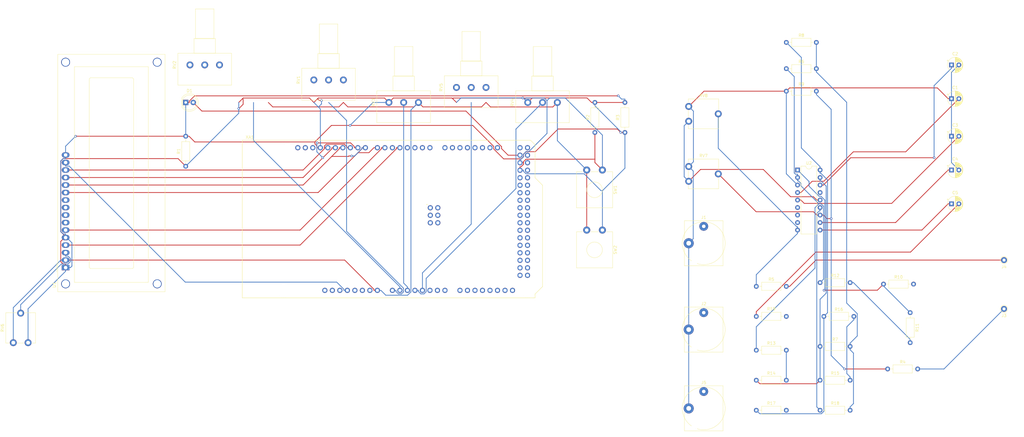
<source format=kicad_pcb>
(kicad_pcb (version 20171130) (host pcbnew 5.1.6)
  (layers (0 F.Cu signal) (31 B.Cu signal) (34 B.Paste user) (35 F.Paste user) (36 B.SilkS user) (37 F.SilkS user) (38 B.Mask user) (39 F.Mask user) (44 Edge.Cuts user))
  (net 0 "")
  (net 1 "Net-(D1-Pad1)")
  (net 2 "Net-(D1-Pad2)")
  (net 3 "Net-(R1-Pad1)")
  (net 4 "Net-(R2-Pad1)")
  (net 5 "Net-(RV1-Pad2)")
  (net 6 "Net-(RV1-Pad1)")
  (net 7 "Net-(RV2-Pad2)")
  (net 8 "Net-(RV3-Pad2)")
  (net 9 "Net-(RV4-Pad2)")
  (net 10 "Net-(RV5-Pad2)")
  (net 11 "Net-(XA1-PadRST2)")
  (net 12 "Net-(XA1-PadGND4)")
  (net 13 "Net-(XA1-PadMOSI)")
  (net 14 "Net-(XA1-PadSCK)")
  (net 15 "Net-(XA1-Pad5V2)")
  (net 16 "Net-(XA1-PadGND3)")
  (net 17 "Net-(XA1-PadGND2)")
  (net 18 "Net-(XA1-Pad5V1)")
  (net 19 "Net-(XA1-PadRST1)")
  (net 20 "Net-(XA1-PadIORF)")
  (net 21 "Net-(XA1-PadD21)")
  (net 22 "Net-(XA1-PadD20)")
  (net 23 "Net-(XA1-PadD19)")
  (net 24 "Net-(XA1-PadD18)")
  (net 25 "Net-(XA1-PadD17)")
  (net 26 "Net-(XA1-PadD16)")
  (net 27 "Net-(XA1-PadD15)")
  (net 28 "Net-(XA1-PadD14)")
  (net 29 "Net-(XA1-PadD0)")
  (net 30 "Net-(XA1-PadD1)")
  (net 31 "Net-(XA1-PadD2)")
  (net 32 "Net-(XA1-PadD3)")
  (net 33 "Net-(XA1-PadD5)")
  (net 34 "Net-(XA1-PadSCL)")
  (net 35 "Net-(XA1-PadSDA)")
  (net 36 "Net-(XA1-PadAREF)")
  (net 37 "Net-(XA1-PadA5)")
  (net 38 "Net-(XA1-PadA6)")
  (net 39 "Net-(XA1-PadA7)")
  (net 40 "Net-(XA1-PadA8)")
  (net 41 "Net-(XA1-PadA9)")
  (net 42 "Net-(XA1-PadA10)")
  (net 43 "Net-(XA1-PadA11)")
  (net 44 "Net-(XA1-PadA12)")
  (net 45 "Net-(XA1-PadA13)")
  (net 46 "Net-(XA1-PadA14)")
  (net 47 "Net-(XA1-PadA15)")
  (net 48 "Net-(XA1-Pad5V3)")
  (net 49 "Net-(XA1-Pad5V4)")
  (net 50 "Net-(XA1-PadD23)")
  (net 51 "Net-(XA1-PadD25)")
  (net 52 "Net-(XA1-PadD27)")
  (net 53 "Net-(XA1-PadD28)")
  (net 54 "Net-(XA1-PadD29)")
  (net 55 "Net-(XA1-PadD30)")
  (net 56 "Net-(XA1-PadD31)")
  (net 57 "Net-(XA1-PadD32)")
  (net 58 "Net-(XA1-PadD33)")
  (net 59 "Net-(XA1-PadD34)")
  (net 60 "Net-(XA1-PadD35)")
  (net 61 "Net-(XA1-PadD36)")
  (net 62 "Net-(XA1-PadD37)")
  (net 63 "Net-(XA1-PadD38)")
  (net 64 "Net-(XA1-PadD39)")
  (net 65 "Net-(XA1-PadD40)")
  (net 66 "Net-(XA1-PadD41)")
  (net 67 "Net-(XA1-PadD42)")
  (net 68 "Net-(XA1-PadD43)")
  (net 69 "Net-(XA1-PadD44)")
  (net 70 "Net-(XA1-PadD45)")
  (net 71 "Net-(XA1-PadD46)")
  (net 72 "Net-(XA1-PadD47)")
  (net 73 "Net-(XA1-PadD48)")
  (net 74 "Net-(XA1-PadD49)")
  (net 75 "Net-(XA1-PadD50)")
  (net 76 "Net-(XA1-PadD51)")
  (net 77 "Net-(XA1-PadD52)")
  (net 78 "Net-(XA1-PadD53)")
  (net 79 "Net-(XA1-PadGND5)")
  (net 80 "Net-(XA1-PadGND6)")
  (net 81 "Net-(XA1-PadMISO)")
  (net 82 "Net-(RV6-Pad2)")
  (net 83 "Net-(U1-Pad4)")
  (net 84 "Net-(U1-Pad6)")
  (net 85 "Net-(U1-Pad7)")
  (net 86 "Net-(U1-Pad8)")
  (net 87 "Net-(U1-Pad9)")
  (net 88 "Net-(U1-Pad10)")
  (net 89 "Net-(U1-Pad11)")
  (net 90 "Net-(U1-Pad12)")
  (net 91 "Net-(U1-Pad13)")
  (net 92 "Net-(U1-Pad14)")
  (net 93 "Net-(U1-Pad15)")
  (net 94 "Net-(R1-Pad2)")
  (net 95 "Net-(R10-Pad1)")
  (net 96 "/AS3320 VCF/OUT4")
  (net 97 "Net-(R12-Pad1)")
  (net 98 "Net-(C4-Pad1)")
  (net 99 GND)
  (net 100 "Net-(R4-Pad1)")
  (net 101 "Net-(C1-Pad2)")
  (net 102 "Net-(R18-Pad1)")
  (net 103 "Net-(C3-Pad2)")
  (net 104 +12V)
  (net 105 "/AS3320 VCF/OUT2")
  (net 106 "/AS3320 VCF/OUT3")
  (net 107 "/AS3320 VCF/OUT1")
  (net 108 "Net-(C2-Pad1)")
  (net 109 "Net-(U2-Pad8)")
  (net 110 "Net-(R14-Pad1)")
  (net 111 "Net-(R5-Pad1)")
  (net 112 "Net-(R16-Pad1)")
  (net 113 "Net-(XA1-PadD13)")
  (net 114 "Net-(XA1-PadD12)")
  (net 115 "Net-(XA1-PadD11)")
  (net 116 "Net-(C5-Pad2)")
  (net 117 "Net-(J1-PadT)")
  (net 118 "Net-(J2-PadT)")
  (net 119 "Net-(J3-Pad1)")
  (net 120 "Net-(J4-Pad1)")
  (net 121 "Net-(J5-PadT)")
  (net 122 -12V)
  (net 123 "Net-(R10-Pad2)")
  (net 124 "Net-(R11-Pad2)")
  (net 125 "Net-(R13-Pad2)")
  (net 126 "Net-(R15-Pad2)")
  (net 127 "Net-(R17-Pad2)")
  (net 128 "Net-(R19-Pad2)")
  (module Display:WC1602A (layer F.Cu) (at -7.62 -320.04 90)
    (fp_text reference U1 (at -5.82 -3.81 90) (layer F.SilkS))
    (fp_text value RC1602A)
    (pad 1 thru_hole rect (at 0 0 90) (size 1.8 2.6) (drill 1.2) (layers *.Cu *.Mask) (net 94 "Net-(R1-Pad2)"))
    (pad 2 thru_hole oval (at 2.54 0 90) (size 1.8 2.6) (drill 1.2) (layers *.Cu *.Mask) (net 6 "Net-(RV1-Pad1)"))
    (pad 3 thru_hole oval (at 5.08 0 90) (size 1.8 2.6) (drill 1.2) (layers *.Cu *.Mask) (net 82 "Net-(RV6-Pad2)"))
    (pad 4 thru_hole oval (at 7.62 0 90) (size 1.8 2.6) (drill 1.2) (layers *.Cu *.Mask) (net 83 "Net-(U1-Pad4)"))
    (pad 5 thru_hole oval (at 10.16 0 90) (size 1.8 2.6) (drill 1.2) (layers *.Cu *.Mask) (net 94 "Net-(R1-Pad2)"))
    (pad 6 thru_hole oval (at 12.7 0 90) (size 1.8 2.6) (drill 1.2) (layers *.Cu *.Mask) (net 84 "Net-(U1-Pad6)"))
    (pad 7 thru_hole oval (at 15.24 0 90) (size 1.8 2.6) (drill 1.2) (layers *.Cu *.Mask) (net 85 "Net-(U1-Pad7)"))
    (pad 8 thru_hole oval (at 17.78 0 90) (size 1.8 2.6) (drill 1.2) (layers *.Cu *.Mask) (net 86 "Net-(U1-Pad8)"))
    (pad 9 thru_hole oval (at 20.32 0 90) (size 1.8 2.6) (drill 1.2) (layers *.Cu *.Mask) (net 87 "Net-(U1-Pad9)"))
    (pad 10 thru_hole oval (at 22.86 0 90) (size 1.8 2.6) (drill 1.2) (layers *.Cu *.Mask) (net 88 "Net-(U1-Pad10)"))
    (pad 11 thru_hole oval (at 25.4 0 90) (size 1.8 2.6) (drill 1.2) (layers *.Cu *.Mask) (net 89 "Net-(U1-Pad11)"))
    (pad 12 thru_hole oval (at 27.94 0 90) (size 1.8 2.6) (drill 1.2) (layers *.Cu *.Mask) (net 90 "Net-(U1-Pad12)"))
    (pad 13 thru_hole oval (at 30.48 0 90) (size 1.8 2.6) (drill 1.2) (layers *.Cu *.Mask) (net 91 "Net-(U1-Pad13)"))
    (pad 14 thru_hole oval (at 33.02 0 90) (size 1.8 2.6) (drill 1.2) (layers *.Cu *.Mask) (net 92 "Net-(U1-Pad14)"))
    (pad 15 thru_hole oval (at 35.56 0 90) (size 1.8 2.6) (drill 1.2) (layers *.Cu *.Mask) (net 93 "Net-(U1-Pad15)"))
    (pad 16 thru_hole oval (at 38.1 0 90) (size 1.8 2.6) (drill 1.2) (layers *.Cu *.Mask) (net 94 "Net-(R1-Pad2)"))
    (pad "" thru_hole circle (at -5.4991 0 90) (size 3 3) (drill 2.5) (layers *.Cu *.Mask))
    (pad "" thru_hole circle (at -5.4991 31.0007 90) (size 3 3) (drill 2.5) (layers *.Cu *.Mask))
    (pad "" thru_hole circle (at 69.49948 31.0007 90) (size 3 3) (drill 2.5) (layers *.Cu *.Mask))
    (pad "" thru_hole circle (at 69.5 0 90) (size 3 3) (drill 2.5) (layers *.Cu *.Mask))
  )
  (module Button_Switch_THT:SW_CW_GPTS203211B (layer F.Cu) (at 173.99 -353.06 270)
    (fp_text reference SW1 (at 6.7 -4.35 90) (layer F.SilkS))
    (fp_text value SW_Push)
    (pad 1 thru_hole circle (at 0 0 270) (size 2.4 2.4) (drill 1.2) (layers *.Cu *.Mask) (net 3 "Net-(R1-Pad1)"))
    (pad 2 thru_hole circle (at 0 5.3 270) (size 2.4 2.4) (drill 1.2) (layers *.Cu *.Mask) (net 6 "Net-(RV1-Pad1)"))
  )
  (module LED_THT:LED_D5.0mm (layer F.Cu) (at 33.02 -375.92)
    (fp_text reference D1 (at 1.27 -3.96) (layer F.SilkS))
    (fp_text value LED)
    (pad 1 thru_hole rect (at 0 0) (size 1.8 1.8) (drill 0.9) (layers *.Cu *.Mask) (net 1 "Net-(D1-Pad1)"))
    (pad 2 thru_hole circle (at 2.54 0) (size 1.8 1.8) (drill 0.9) (layers *.Cu *.Mask) (net 2 "Net-(D1-Pad2)"))
  )
  (module Button_Switch_THT:SW_CW_GPTS203211B (layer F.Cu) (at 173.99 -332.74 270)
    (fp_text reference SW2 (at 6.7 -4.35 90) (layer F.SilkS))
    (fp_text value SW_Push)
    (pad 2 thru_hole circle (at 0 5.3 270) (size 2.4 2.4) (drill 1.2) (layers *.Cu *.Mask) (net 6 "Net-(RV1-Pad1)"))
    (pad 1 thru_hole circle (at 0 0 270) (size 2.4 2.4) (drill 1.2) (layers *.Cu *.Mask) (net 4 "Net-(R2-Pad1)"))
  )
  (module Arduino:Arduino_Mega2560_Shield (layer F.Cu) (at 52.145 -309.805)
    (fp_text reference XA1 (at 2.54 -54.356) (layer F.SilkS))
    (fp_text value Arduino_Mega2560_Shield)
    (fp_text user . (at 62.484 -32.004) (layer F.SilkS))
    (pad RST2 thru_hole oval (at 63.627 -25.4) (size 1.7272 1.7272) (drill 1.016) (layers *.Cu *.Mask) (net 11 "Net-(XA1-PadRST2)"))
    (pad GND4 thru_hole oval (at 66.167 -25.4) (size 1.7272 1.7272) (drill 1.016) (layers *.Cu *.Mask) (net 12 "Net-(XA1-PadGND4)"))
    (pad MOSI thru_hole oval (at 66.167 -27.94) (size 1.7272 1.7272) (drill 1.016) (layers *.Cu *.Mask) (net 13 "Net-(XA1-PadMOSI)"))
    (pad SCK thru_hole oval (at 63.627 -27.94) (size 1.7272 1.7272) (drill 1.016) (layers *.Cu *.Mask) (net 14 "Net-(XA1-PadSCK)"))
    (pad 5V2 thru_hole oval (at 66.167 -30.48) (size 1.7272 1.7272) (drill 1.016) (layers *.Cu *.Mask) (net 15 "Net-(XA1-Pad5V2)"))
    (pad A0 thru_hole oval (at 50.8 -2.54) (size 1.7272 1.7272) (drill 1.016) (layers *.Cu *.Mask) (net 5 "Net-(RV1-Pad2)"))
    (pad VIN thru_hole oval (at 45.72 -2.54) (size 1.7272 1.7272) (drill 1.016) (layers *.Cu *.Mask) (net 6 "Net-(RV1-Pad1)"))
    (pad GND3 thru_hole oval (at 43.18 -2.54) (size 1.7272 1.7272) (drill 1.016) (layers *.Cu *.Mask) (net 16 "Net-(XA1-PadGND3)"))
    (pad GND2 thru_hole oval (at 40.64 -2.54) (size 1.7272 1.7272) (drill 1.016) (layers *.Cu *.Mask) (net 17 "Net-(XA1-PadGND2)"))
    (pad 5V1 thru_hole oval (at 38.1 -2.54) (size 1.7272 1.7272) (drill 1.016) (layers *.Cu *.Mask) (net 18 "Net-(XA1-Pad5V1)"))
    (pad 3V3 thru_hole oval (at 35.56 -2.54) (size 1.7272 1.7272) (drill 1.016) (layers *.Cu *.Mask) (net 93 "Net-(U1-Pad15)"))
    (pad RST1 thru_hole oval (at 33.02 -2.54) (size 1.7272 1.7272) (drill 1.016) (layers *.Cu *.Mask) (net 19 "Net-(XA1-PadRST1)"))
    (pad IORF thru_hole oval (at 30.48 -2.54) (size 1.7272 1.7272) (drill 1.016) (layers *.Cu *.Mask) (net 20 "Net-(XA1-PadIORF)"))
    (pad D21 thru_hole oval (at 86.36 -50.8) (size 1.7272 1.7272) (drill 1.016) (layers *.Cu *.Mask) (net 21 "Net-(XA1-PadD21)"))
    (pad D20 thru_hole oval (at 83.82 -50.8) (size 1.7272 1.7272) (drill 1.016) (layers *.Cu *.Mask) (net 22 "Net-(XA1-PadD20)"))
    (pad D19 thru_hole oval (at 81.28 -50.8) (size 1.7272 1.7272) (drill 1.016) (layers *.Cu *.Mask) (net 23 "Net-(XA1-PadD19)"))
    (pad D18 thru_hole oval (at 78.74 -50.8) (size 1.7272 1.7272) (drill 1.016) (layers *.Cu *.Mask) (net 24 "Net-(XA1-PadD18)"))
    (pad D17 thru_hole oval (at 76.2 -50.8) (size 1.7272 1.7272) (drill 1.016) (layers *.Cu *.Mask) (net 25 "Net-(XA1-PadD17)"))
    (pad D16 thru_hole oval (at 73.66 -50.8) (size 1.7272 1.7272) (drill 1.016) (layers *.Cu *.Mask) (net 26 "Net-(XA1-PadD16)"))
    (pad D15 thru_hole oval (at 71.12 -50.8) (size 1.7272 1.7272) (drill 1.016) (layers *.Cu *.Mask) (net 27 "Net-(XA1-PadD15)"))
    (pad D14 thru_hole oval (at 68.58 -50.8) (size 1.7272 1.7272) (drill 1.016) (layers *.Cu *.Mask) (net 28 "Net-(XA1-PadD14)"))
    (pad D0 thru_hole oval (at 63.5 -50.8) (size 1.7272 1.7272) (drill 1.016) (layers *.Cu *.Mask) (net 29 "Net-(XA1-PadD0)"))
    (pad D1 thru_hole oval (at 60.96 -50.8) (size 1.7272 1.7272) (drill 1.016) (layers *.Cu *.Mask) (net 30 "Net-(XA1-PadD1)"))
    (pad D2 thru_hole oval (at 58.42 -50.8) (size 1.7272 1.7272) (drill 1.016) (layers *.Cu *.Mask) (net 31 "Net-(XA1-PadD2)"))
    (pad D3 thru_hole oval (at 55.88 -50.8) (size 1.7272 1.7272) (drill 1.016) (layers *.Cu *.Mask) (net 32 "Net-(XA1-PadD3)"))
    (pad D4 thru_hole oval (at 53.34 -50.8) (size 1.7272 1.7272) (drill 1.016) (layers *.Cu *.Mask) (net 83 "Net-(U1-Pad4)"))
    (pad D5 thru_hole oval (at 50.8 -50.8) (size 1.7272 1.7272) (drill 1.016) (layers *.Cu *.Mask) (net 33 "Net-(XA1-PadD5)"))
    (pad D6 thru_hole oval (at 48.26 -50.8) (size 1.7272 1.7272) (drill 1.016) (layers *.Cu *.Mask) (net 84 "Net-(U1-Pad6)"))
    (pad D7 thru_hole oval (at 45.72 -50.8) (size 1.7272 1.7272) (drill 1.016) (layers *.Cu *.Mask) (net 89 "Net-(U1-Pad11)"))
    (pad GND1 thru_hole oval (at 26.416 -50.8) (size 1.7272 1.7272) (drill 1.016) (layers *.Cu *.Mask) (net 94 "Net-(R1-Pad2)"))
    (pad D8 thru_hole oval (at 41.656 -50.8) (size 1.7272 1.7272) (drill 1.016) (layers *.Cu *.Mask) (net 90 "Net-(U1-Pad12)"))
    (pad D9 thru_hole oval (at 39.116 -50.8) (size 1.7272 1.7272) (drill 1.016) (layers *.Cu *.Mask) (net 91 "Net-(U1-Pad13)"))
    (pad D10 thru_hole oval (at 36.576 -50.8) (size 1.7272 1.7272) (drill 1.016) (layers *.Cu *.Mask) (net 92 "Net-(U1-Pad14)"))
    (pad "" np_thru_hole circle (at 66.04 -7.62) (size 3.2 3.2) (drill 3.2) (layers *.Cu *.Mask))
    (pad "" np_thru_hole circle (at 66.04 -35.56) (size 3.2 3.2) (drill 3.2) (layers *.Cu *.Mask))
    (pad "" np_thru_hole circle (at 90.17 -50.8) (size 3.2 3.2) (drill 3.2) (layers *.Cu *.Mask))
    (pad "" np_thru_hole circle (at 15.24 -50.8) (size 3.2 3.2) (drill 3.2) (layers *.Cu *.Mask))
    (pad "" np_thru_hole circle (at 96.52 -2.54) (size 3.2 3.2) (drill 3.2) (layers *.Cu *.Mask))
    (pad "" np_thru_hole circle (at 13.97 -2.54) (size 3.2 3.2) (drill 3.2) (layers *.Cu *.Mask))
    (pad SCL thru_hole oval (at 18.796 -50.8) (size 1.7272 1.7272) (drill 1.016) (layers *.Cu *.Mask) (net 34 "Net-(XA1-PadSCL)"))
    (pad SDA thru_hole oval (at 21.336 -50.8) (size 1.7272 1.7272) (drill 1.016) (layers *.Cu *.Mask) (net 35 "Net-(XA1-PadSDA)"))
    (pad AREF thru_hole oval (at 23.876 -50.8) (size 1.7272 1.7272) (drill 1.016) (layers *.Cu *.Mask) (net 36 "Net-(XA1-PadAREF)"))
    (pad D13 thru_hole oval (at 28.956 -50.8) (size 1.7272 1.7272) (drill 1.016) (layers *.Cu *.Mask) (net 113 "Net-(XA1-PadD13)"))
    (pad D12 thru_hole oval (at 31.496 -50.8) (size 1.7272 1.7272) (drill 1.016) (layers *.Cu *.Mask) (net 114 "Net-(XA1-PadD12)"))
    (pad D11 thru_hole oval (at 34.036 -50.8) (size 1.7272 1.7272) (drill 1.016) (layers *.Cu *.Mask) (net 115 "Net-(XA1-PadD11)"))
    (pad "" thru_hole oval (at 27.94 -2.54) (size 1.7272 1.7272) (drill 1.016) (layers *.Cu *.Mask))
    (pad A1 thru_hole oval (at 53.34 -2.54) (size 1.7272 1.7272) (drill 1.016) (layers *.Cu *.Mask) (net 7 "Net-(RV2-Pad2)"))
    (pad A2 thru_hole oval (at 55.88 -2.54) (size 1.7272 1.7272) (drill 1.016) (layers *.Cu *.Mask) (net 8 "Net-(RV3-Pad2)"))
    (pad A3 thru_hole oval (at 58.42 -2.54) (size 1.7272 1.7272) (drill 1.016) (layers *.Cu *.Mask) (net 9 "Net-(RV4-Pad2)"))
    (pad A4 thru_hole oval (at 60.96 -2.54) (size 1.7272 1.7272) (drill 1.016) (layers *.Cu *.Mask) (net 10 "Net-(RV5-Pad2)"))
    (pad A5 thru_hole oval (at 63.5 -2.54) (size 1.7272 1.7272) (drill 1.016) (layers *.Cu *.Mask) (net 37 "Net-(XA1-PadA5)"))
    (pad A6 thru_hole oval (at 66.04 -2.54) (size 1.7272 1.7272) (drill 1.016) (layers *.Cu *.Mask) (net 38 "Net-(XA1-PadA6)"))
    (pad A7 thru_hole oval (at 68.58 -2.54) (size 1.7272 1.7272) (drill 1.016) (layers *.Cu *.Mask) (net 39 "Net-(XA1-PadA7)"))
    (pad A8 thru_hole oval (at 73.66 -2.54) (size 1.7272 1.7272) (drill 1.016) (layers *.Cu *.Mask) (net 40 "Net-(XA1-PadA8)"))
    (pad A9 thru_hole oval (at 76.2 -2.54) (size 1.7272 1.7272) (drill 1.016) (layers *.Cu *.Mask) (net 41 "Net-(XA1-PadA9)"))
    (pad A10 thru_hole oval (at 78.74 -2.54) (size 1.7272 1.7272) (drill 1.016) (layers *.Cu *.Mask) (net 42 "Net-(XA1-PadA10)"))
    (pad A11 thru_hole oval (at 81.28 -2.54) (size 1.7272 1.7272) (drill 1.016) (layers *.Cu *.Mask) (net 43 "Net-(XA1-PadA11)"))
    (pad A12 thru_hole oval (at 83.82 -2.54) (size 1.7272 1.7272) (drill 1.016) (layers *.Cu *.Mask) (net 44 "Net-(XA1-PadA12)"))
    (pad A13 thru_hole oval (at 86.36 -2.54) (size 1.7272 1.7272) (drill 1.016) (layers *.Cu *.Mask) (net 45 "Net-(XA1-PadA13)"))
    (pad A14 thru_hole oval (at 88.9 -2.54) (size 1.7272 1.7272) (drill 1.016) (layers *.Cu *.Mask) (net 46 "Net-(XA1-PadA14)"))
    (pad A15 thru_hole oval (at 91.44 -2.54) (size 1.7272 1.7272) (drill 1.016) (layers *.Cu *.Mask) (net 47 "Net-(XA1-PadA15)"))
    (pad 5V3 thru_hole oval (at 93.98 -50.8) (size 1.7272 1.7272) (drill 1.016) (layers *.Cu *.Mask) (net 48 "Net-(XA1-Pad5V3)"))
    (pad 5V4 thru_hole oval (at 96.52 -50.8) (size 1.7272 1.7272) (drill 1.016) (layers *.Cu *.Mask) (net 49 "Net-(XA1-Pad5V4)"))
    (pad D22 thru_hole oval (at 93.98 -48.26) (size 1.7272 1.7272) (drill 1.016) (layers *.Cu *.Mask) (net 2 "Net-(D1-Pad2)"))
    (pad D23 thru_hole oval (at 96.52 -48.26) (size 1.7272 1.7272) (drill 1.016) (layers *.Cu *.Mask) (net 50 "Net-(XA1-PadD23)"))
    (pad D24 thru_hole oval (at 93.98 -45.72) (size 1.7272 1.7272) (drill 1.016) (layers *.Cu *.Mask) (net 3 "Net-(R1-Pad1)"))
    (pad D25 thru_hole oval (at 96.52 -45.72) (size 1.7272 1.7272) (drill 1.016) (layers *.Cu *.Mask) (net 51 "Net-(XA1-PadD25)"))
    (pad D26 thru_hole oval (at 93.98 -43.18) (size 1.7272 1.7272) (drill 1.016) (layers *.Cu *.Mask) (net 4 "Net-(R2-Pad1)"))
    (pad D27 thru_hole oval (at 96.52 -43.18) (size 1.7272 1.7272) (drill 1.016) (layers *.Cu *.Mask) (net 52 "Net-(XA1-PadD27)"))
    (pad D28 thru_hole oval (at 93.98 -40.64) (size 1.7272 1.7272) (drill 1.016) (layers *.Cu *.Mask) (net 53 "Net-(XA1-PadD28)"))
    (pad D29 thru_hole oval (at 96.52 -40.64) (size 1.7272 1.7272) (drill 1.016) (layers *.Cu *.Mask) (net 54 "Net-(XA1-PadD29)"))
    (pad D30 thru_hole oval (at 93.98 -38.1) (size 1.7272 1.7272) (drill 1.016) (layers *.Cu *.Mask) (net 55 "Net-(XA1-PadD30)"))
    (pad D31 thru_hole oval (at 96.52 -38.1) (size 1.7272 1.7272) (drill 1.016) (layers *.Cu *.Mask) (net 56 "Net-(XA1-PadD31)"))
    (pad D32 thru_hole oval (at 93.98 -35.56) (size 1.7272 1.7272) (drill 1.016) (layers *.Cu *.Mask) (net 57 "Net-(XA1-PadD32)"))
    (pad D33 thru_hole oval (at 96.52 -35.56) (size 1.7272 1.7272) (drill 1.016) (layers *.Cu *.Mask) (net 58 "Net-(XA1-PadD33)"))
    (pad D34 thru_hole oval (at 93.98 -33.02) (size 1.7272 1.7272) (drill 1.016) (layers *.Cu *.Mask) (net 59 "Net-(XA1-PadD34)"))
    (pad D35 thru_hole oval (at 96.52 -33.02) (size 1.7272 1.7272) (drill 1.016) (layers *.Cu *.Mask) (net 60 "Net-(XA1-PadD35)"))
    (pad D36 thru_hole oval (at 93.98 -30.48) (size 1.7272 1.7272) (drill 1.016) (layers *.Cu *.Mask) (net 61 "Net-(XA1-PadD36)"))
    (pad D37 thru_hole oval (at 96.52 -30.48) (size 1.7272 1.7272) (drill 1.016) (layers *.Cu *.Mask) (net 62 "Net-(XA1-PadD37)"))
    (pad D38 thru_hole oval (at 93.98 -27.94) (size 1.7272 1.7272) (drill 1.016) (layers *.Cu *.Mask) (net 63 "Net-(XA1-PadD38)"))
    (pad D39 thru_hole oval (at 96.52 -27.94) (size 1.7272 1.7272) (drill 1.016) (layers *.Cu *.Mask) (net 64 "Net-(XA1-PadD39)"))
    (pad D40 thru_hole oval (at 93.98 -25.4) (size 1.7272 1.7272) (drill 1.016) (layers *.Cu *.Mask) (net 65 "Net-(XA1-PadD40)"))
    (pad D41 thru_hole oval (at 96.52 -25.4) (size 1.7272 1.7272) (drill 1.016) (layers *.Cu *.Mask) (net 66 "Net-(XA1-PadD41)"))
    (pad D42 thru_hole oval (at 93.98 -22.86) (size 1.7272 1.7272) (drill 1.016) (layers *.Cu *.Mask) (net 67 "Net-(XA1-PadD42)"))
    (pad D43 thru_hole oval (at 96.52 -22.86) (size 1.7272 1.7272) (drill 1.016) (layers *.Cu *.Mask) (net 68 "Net-(XA1-PadD43)"))
    (pad D44 thru_hole oval (at 93.98 -20.32) (size 1.7272 1.7272) (drill 1.016) (layers *.Cu *.Mask) (net 69 "Net-(XA1-PadD44)"))
    (pad D45 thru_hole oval (at 96.52 -20.32) (size 1.7272 1.7272) (drill 1.016) (layers *.Cu *.Mask) (net 70 "Net-(XA1-PadD45)"))
    (pad D46 thru_hole oval (at 93.98 -17.78) (size 1.7272 1.7272) (drill 1.016) (layers *.Cu *.Mask) (net 71 "Net-(XA1-PadD46)"))
    (pad D47 thru_hole oval (at 96.52 -17.78) (size 1.7272 1.7272) (drill 1.016) (layers *.Cu *.Mask) (net 72 "Net-(XA1-PadD47)"))
    (pad D48 thru_hole oval (at 93.98 -15.24) (size 1.7272 1.7272) (drill 1.016) (layers *.Cu *.Mask) (net 73 "Net-(XA1-PadD48)"))
    (pad D49 thru_hole oval (at 96.52 -15.24) (size 1.7272 1.7272) (drill 1.016) (layers *.Cu *.Mask) (net 74 "Net-(XA1-PadD49)"))
    (pad D50 thru_hole oval (at 93.98 -12.7) (size 1.7272 1.7272) (drill 1.016) (layers *.Cu *.Mask) (net 75 "Net-(XA1-PadD50)"))
    (pad D51 thru_hole oval (at 96.52 -12.7) (size 1.7272 1.7272) (drill 1.016) (layers *.Cu *.Mask) (net 76 "Net-(XA1-PadD51)"))
    (pad D52 thru_hole oval (at 93.98 -10.16) (size 1.7272 1.7272) (drill 1.016) (layers *.Cu *.Mask) (net 77 "Net-(XA1-PadD52)"))
    (pad D53 thru_hole oval (at 96.52 -10.16) (size 1.7272 1.7272) (drill 1.016) (layers *.Cu *.Mask) (net 78 "Net-(XA1-PadD53)"))
    (pad GND5 thru_hole oval (at 93.98 -7.62) (size 1.7272 1.7272) (drill 1.016) (layers *.Cu *.Mask) (net 79 "Net-(XA1-PadGND5)"))
    (pad GND6 thru_hole oval (at 96.52 -7.62) (size 1.7272 1.7272) (drill 1.016) (layers *.Cu *.Mask) (net 80 "Net-(XA1-PadGND6)"))
    (pad MISO thru_hole oval (at 63.627 -30.48) (size 1.7272 1.7272) (drill 1.016) (layers *.Cu *.Mask) (net 81 "Net-(XA1-PadMISO)"))
  )
  (module Resistor_THT:R_Axial_DIN0207_L6.3mm_D2.5mm_P10.16mm_Horizontal (layer F.Cu) (at 33.02 -354.33 90)
    (fp_text reference R1 (at 5.08 -2.37 90) (layer F.SilkS))
    (fp_text value 10K)
    (pad 1 thru_hole circle (at 0 0 90) (size 1.6 1.6) (drill 0.8) (layers *.Cu *.Mask) (net 3 "Net-(R1-Pad1)"))
    (pad 2 thru_hole oval (at 10.16 0 90) (size 1.6 1.6) (drill 0.8) (layers *.Cu *.Mask) (net 94 "Net-(R1-Pad2)"))
  )
  (module Resistor_THT:R_Axial_DIN0207_L6.3mm_D2.5mm_P10.16mm_Horizontal (layer F.Cu) (at 171.45 -365.76 90)
    (fp_text reference R2 (at 5.08 -2.37 90) (layer F.SilkS))
    (fp_text value 10K)
    (pad 1 thru_hole circle (at 0 0 90) (size 1.6 1.6) (drill 0.8) (layers *.Cu *.Mask) (net 4 "Net-(R2-Pad1)"))
    (pad 2 thru_hole oval (at 10.16 0 90) (size 1.6 1.6) (drill 0.8) (layers *.Cu *.Mask) (net 94 "Net-(R1-Pad2)"))
  )
  (module Resistor_THT:R_Axial_DIN0207_L6.3mm_D2.5mm_P10.16mm_Horizontal (layer F.Cu) (at 181.61 -365.76 90)
    (fp_text reference R3 (at 5.08 -2.37 90) (layer F.SilkS))
    (fp_text value 330R)
    (pad 2 thru_hole oval (at 10.16 0 90) (size 1.6 1.6) (drill 0.8) (layers *.Cu *.Mask) (net 1 "Net-(D1-Pad1)"))
    (pad 1 thru_hole circle (at 0 0 90) (size 1.6 1.6) (drill 0.8) (layers *.Cu *.Mask) (net 94 "Net-(R1-Pad2)"))
  )
  (module Potentiometer_THT:Potentiometer_Alps_RK163_Single_Horizontal (layer F.Cu) (at 86.36 -383.54 90)
    (fp_text reference RV1 (at 0 -15.2 90) (layer F.SilkS))
    (fp_text value 10K)
    (pad 3 thru_hole circle (at 0 -10 90) (size 2.34 2.34) (drill 1.3) (layers *.Cu *.Mask) (net 94 "Net-(R1-Pad2)"))
    (pad 2 thru_hole circle (at 0 -5 90) (size 2.34 2.34) (drill 1.3) (layers *.Cu *.Mask) (net 5 "Net-(RV1-Pad2)"))
    (pad 1 thru_hole circle (at 0 0 90) (size 2.34 2.34) (drill 1.3) (layers *.Cu *.Mask) (net 6 "Net-(RV1-Pad1)"))
  )
  (module Potentiometer_THT:Potentiometer_Alps_RK163_Single_Horizontal (layer F.Cu) (at 44.45 -388.62 90)
    (fp_text reference RV2 (at 0 -15.2 90) (layer F.SilkS))
    (fp_text value 10K)
    (pad 3 thru_hole circle (at 0 -10 90) (size 2.34 2.34) (drill 1.3) (layers *.Cu *.Mask) (net 94 "Net-(R1-Pad2)"))
    (pad 2 thru_hole circle (at 0 -5 90) (size 2.34 2.34) (drill 1.3) (layers *.Cu *.Mask) (net 7 "Net-(RV2-Pad2)"))
    (pad 1 thru_hole circle (at 0 0 90) (size 2.34 2.34) (drill 1.3) (layers *.Cu *.Mask) (net 6 "Net-(RV1-Pad1)"))
  )
  (module Potentiometer_THT:Potentiometer_Alps_RK163_Single_Horizontal (layer F.Cu) (at 111.76 -375.92 90)
    (fp_text reference RV3 (at 0 -15.2 90) (layer F.SilkS))
    (fp_text value 10K)
    (pad 1 thru_hole circle (at 0 0 90) (size 2.34 2.34) (drill 1.3) (layers *.Cu *.Mask) (net 6 "Net-(RV1-Pad1)"))
    (pad 2 thru_hole circle (at 0 -5 90) (size 2.34 2.34) (drill 1.3) (layers *.Cu *.Mask) (net 8 "Net-(RV3-Pad2)"))
    (pad 3 thru_hole circle (at 0 -10 90) (size 2.34 2.34) (drill 1.3) (layers *.Cu *.Mask) (net 94 "Net-(R1-Pad2)"))
  )
  (module Potentiometer_THT:Potentiometer_Alps_RK163_Single_Horizontal (layer F.Cu) (at 158.75 -375.92 90)
    (fp_text reference RV4 (at 0 -15.2 90) (layer F.SilkS))
    (fp_text value 10K)
    (pad 3 thru_hole circle (at 0 -10 90) (size 2.34 2.34) (drill 1.3) (layers *.Cu *.Mask) (net 94 "Net-(R1-Pad2)"))
    (pad 2 thru_hole circle (at 0 -5 90) (size 2.34 2.34) (drill 1.3) (layers *.Cu *.Mask) (net 9 "Net-(RV4-Pad2)"))
    (pad 1 thru_hole circle (at 0 0 90) (size 2.34 2.34) (drill 1.3) (layers *.Cu *.Mask) (net 6 "Net-(RV1-Pad1)"))
  )
  (module Potentiometer_THT:Potentiometer_Alps_RK163_Single_Horizontal (layer F.Cu) (at 134.62 -381 90)
    (fp_text reference RV5 (at 0 -15.2 90) (layer F.SilkS))
    (fp_text value 10K)
    (pad 1 thru_hole circle (at 0 0 90) (size 2.34 2.34) (drill 1.3) (layers *.Cu *.Mask) (net 6 "Net-(RV1-Pad1)"))
    (pad 2 thru_hole circle (at 0 -5 90) (size 2.34 2.34) (drill 1.3) (layers *.Cu *.Mask) (net 10 "Net-(RV5-Pad2)"))
    (pad 3 thru_hole circle (at 0 -10 90) (size 2.34 2.34) (drill 1.3) (layers *.Cu *.Mask) (net 94 "Net-(R1-Pad2)"))
  )
  (module Package_DIP:DIP-18_W7.62mm (layer F.Cu) (at 240.03 -353.06)
    (fp_text reference U2 (at 3.81 -2.33) (layer F.SilkS))
    (fp_text value AS3320)
    (pad 1 thru_hole rect (at 0 0) (size 1.6 1.6) (drill 0.8) (layers *.Cu *.Mask) (net 95 "Net-(R10-Pad1)"))
    (pad 10 thru_hole oval (at 7.62 20.32) (size 1.6 1.6) (drill 0.8) (layers *.Cu *.Mask) (net 96 "/AS3320 VCF/OUT4"))
    (pad 2 thru_hole oval (at 0 2.54) (size 1.6 1.6) (drill 0.8) (layers *.Cu *.Mask) (net 97 "Net-(R12-Pad1)"))
    (pad 11 thru_hole oval (at 7.62 17.78) (size 1.6 1.6) (drill 0.8) (layers *.Cu *.Mask) (net 98 "Net-(C4-Pad1)"))
    (pad 3 thru_hole oval (at 0 5.08) (size 1.6 1.6) (drill 0.8) (layers *.Cu *.Mask) (net 99 GND))
    (pad 12 thru_hole oval (at 7.62 15.24) (size 1.6 1.6) (drill 0.8) (layers *.Cu *.Mask) (net 100 "Net-(R4-Pad1)"))
    (pad 4 thru_hole oval (at 0 7.62) (size 1.6 1.6) (drill 0.8) (layers *.Cu *.Mask) (net 101 "Net-(C1-Pad2)"))
    (pad 13 thru_hole oval (at 7.62 12.7) (size 1.6 1.6) (drill 0.8) (layers *.Cu *.Mask) (net 102 "Net-(R18-Pad1)"))
    (pad 5 thru_hole oval (at 0 10.16) (size 1.6 1.6) (drill 0.8) (layers *.Cu *.Mask) (net 103 "Net-(C3-Pad2)"))
    (pad 14 thru_hole oval (at 7.62 10.16) (size 1.6 1.6) (drill 0.8) (layers *.Cu *.Mask) (net 104 +12V))
    (pad 6 thru_hole oval (at 0 12.7) (size 1.6 1.6) (drill 0.8) (layers *.Cu *.Mask) (net 105 "/AS3320 VCF/OUT2"))
    (pad 15 thru_hole oval (at 7.62 7.62) (size 1.6 1.6) (drill 0.8) (layers *.Cu *.Mask) (net 106 "/AS3320 VCF/OUT3"))
    (pad 7 thru_hole oval (at 0 15.24) (size 1.6 1.6) (drill 0.8) (layers *.Cu *.Mask) (net 107 "/AS3320 VCF/OUT1"))
    (pad 16 thru_hole oval (at 7.62 5.08) (size 1.6 1.6) (drill 0.8) (layers *.Cu *.Mask) (net 108 "Net-(C2-Pad1)"))
    (pad 8 thru_hole oval (at 0 17.78) (size 1.6 1.6) (drill 0.8) (layers *.Cu *.Mask) (net 109 "Net-(U2-Pad8)"))
    (pad 17 thru_hole oval (at 7.62 2.54) (size 1.6 1.6) (drill 0.8) (layers *.Cu *.Mask) (net 110 "Net-(R14-Pad1)"))
    (pad 9 thru_hole oval (at 0 20.32) (size 1.6 1.6) (drill 0.8) (layers *.Cu *.Mask) (net 111 "Net-(R5-Pad1)"))
    (pad 18 thru_hole oval (at 7.62 0) (size 1.6 1.6) (drill 0.8) (layers *.Cu *.Mask) (net 112 "Net-(R16-Pad1)"))
  )
  (module Capacitor_THT:CP_Radial_D5.0mm_P2.50mm (layer F.Cu) (at 292.1 -377.19)
    (fp_text reference C1 (at 1.25 -3.75) (layer F.SilkS))
    (fp_text value 300pF)
    (pad 1 thru_hole rect (at 0 0) (size 1.6 1.6) (drill 0.8) (layers *.Cu *.Mask) (net 99 GND))
    (pad 2 thru_hole circle (at 2.5 0) (size 1.6 1.6) (drill 0.8) (layers *.Cu *.Mask) (net 101 "Net-(C1-Pad2)"))
  )
  (module Capacitor_THT:CP_Radial_D5.0mm_P2.50mm (layer F.Cu) (at 292.1 -388.62)
    (fp_text reference C2 (at 1.25 -3.75) (layer F.SilkS))
    (fp_text value 300pF)
    (pad 1 thru_hole rect (at 0 0) (size 1.6 1.6) (drill 0.8) (layers *.Cu *.Mask) (net 108 "Net-(C2-Pad1)"))
    (pad 2 thru_hole circle (at 2.5 0) (size 1.6 1.6) (drill 0.8) (layers *.Cu *.Mask) (net 99 GND))
  )
  (module Capacitor_THT:CP_Radial_D5.0mm_P2.50mm (layer F.Cu) (at 292.1 -364.49)
    (fp_text reference C3 (at 1.25 -3.75) (layer F.SilkS))
    (fp_text value 300pF)
    (pad 2 thru_hole circle (at 2.5 0) (size 1.6 1.6) (drill 0.8) (layers *.Cu *.Mask) (net 103 "Net-(C3-Pad2)"))
    (pad 1 thru_hole rect (at 0 0) (size 1.6 1.6) (drill 0.8) (layers *.Cu *.Mask) (net 99 GND))
  )
  (module Capacitor_THT:CP_Radial_D5.0mm_P2.50mm (layer F.Cu) (at 292.1 -353.06)
    (fp_text reference C4 (at 1.25 -3.75) (layer F.SilkS))
    (fp_text value 300pF)
    (pad 2 thru_hole circle (at 2.5 0) (size 1.6 1.6) (drill 0.8) (layers *.Cu *.Mask) (net 99 GND))
    (pad 1 thru_hole rect (at 0 0) (size 1.6 1.6) (drill 0.8) (layers *.Cu *.Mask) (net 98 "Net-(C4-Pad1)"))
  )
  (module Capacitor_THT:CP_Radial_D5.0mm_P2.50mm (layer F.Cu) (at 292.1 -341.63)
    (fp_text reference C5 (at 1.25 -3.75) (layer F.SilkS))
    (fp_text value 1µF)
    (pad 1 thru_hole rect (at 0 0) (size 1.6 1.6) (drill 0.8) (layers *.Cu *.Mask) (net 96 "/AS3320 VCF/OUT4"))
    (pad 2 thru_hole circle (at 2.5 0) (size 1.6 1.6) (drill 0.8) (layers *.Cu *.Mask) (net 116 "Net-(C5-Pad2)"))
  )
  (module Connector_AudioJacks:Jack_6.35mm_Neutrik_NJ2FD-V_Vertical (layer F.Cu) (at 208.28 -334.01)
    (fp_text reference J1 (at 0 -3) (layer F.SilkS))
    (fp_text value AudioJack2)
    (pad "" np_thru_hole circle (at 3.81 1.91 180) (size 2.1 2.1) (drill 2.1) (layers *.Cu *.Mask))
    (pad "" np_thru_hole circle (at -3.18 12.07 180) (size 1.6 1.6) (drill 1.6) (layers *.Cu *.Mask))
    (pad S thru_hole circle (at -5.08 5.72 180) (size 3.4 3.4) (drill 1.6) (layers *.Cu *.Mask) (net 99 GND))
    (pad T thru_hole circle (at 0 0 180) (size 3 3) (drill 1.2) (layers *.Cu *.Mask) (net 117 "Net-(J1-PadT)"))
  )
  (module Connector_AudioJacks:Jack_6.35mm_Neutrik_NJ2FD-V_Vertical (layer F.Cu) (at 208.28 -304.8)
    (fp_text reference J2 (at 0 -3) (layer F.SilkS))
    (fp_text value AudioJack2)
    (pad T thru_hole circle (at 0 0 180) (size 3 3) (drill 1.2) (layers *.Cu *.Mask) (net 118 "Net-(J2-PadT)"))
    (pad S thru_hole circle (at -5.08 5.72 180) (size 3.4 3.4) (drill 1.6) (layers *.Cu *.Mask) (net 99 GND))
    (pad "" np_thru_hole circle (at -3.18 12.07 180) (size 1.6 1.6) (drill 1.6) (layers *.Cu *.Mask))
    (pad "" np_thru_hole circle (at 3.81 1.91 180) (size 2.1 2.1) (drill 2.1) (layers *.Cu *.Mask))
  )
  (module Connector_Pin:Pin_D1.0mm_L10.0mm (layer F.Cu) (at 309.88 -306.07)
    (fp_text reference J3 (at 0 2.25) (layer F.SilkS))
    (fp_text value Conn_01x01_Male)
    (pad 1 thru_hole circle (at 0 0) (size 2 2) (drill 1) (layers *.Cu *.Mask) (net 119 "Net-(J3-Pad1)"))
  )
  (module Connector_Pin:Pin_D1.0mm_L10.0mm (layer F.Cu) (at 309.88 -322.58)
    (fp_text reference J4 (at 0 2.25) (layer F.SilkS))
    (fp_text value Conn_01x01_Male)
    (pad 1 thru_hole circle (at 0 0) (size 2 2) (drill 1) (layers *.Cu *.Mask) (net 120 "Net-(J4-Pad1)"))
  )
  (module Connector_AudioJacks:Jack_6.35mm_Neutrik_NJ2FD-V_Vertical (layer F.Cu) (at 208.28 -278.13)
    (fp_text reference J5 (at 0 -3) (layer F.SilkS))
    (fp_text value AudioJack2)
    (pad T thru_hole circle (at 0 0 180) (size 3 3) (drill 1.2) (layers *.Cu *.Mask) (net 121 "Net-(J5-PadT)"))
    (pad S thru_hole circle (at -5.08 5.72 180) (size 3.4 3.4) (drill 1.6) (layers *.Cu *.Mask) (net 99 GND))
    (pad "" np_thru_hole circle (at -3.18 12.07 180) (size 1.6 1.6) (drill 1.6) (layers *.Cu *.Mask))
    (pad "" np_thru_hole circle (at 3.81 1.91 180) (size 2.1 2.1) (drill 2.1) (layers *.Cu *.Mask))
  )
  (module Resistor_THT:R_Axial_DIN0207_L6.3mm_D2.5mm_P10.16mm_Horizontal (layer F.Cu) (at 270.51 -285.75)
    (fp_text reference R4 (at 5.08 -2.37) (layer F.SilkS))
    (fp_text value 100K)
    (pad 1 thru_hole circle (at 0 0) (size 1.6 1.6) (drill 0.8) (layers *.Cu *.Mask) (net 100 "Net-(R4-Pad1)"))
    (pad 2 thru_hole oval (at 10.16 0) (size 1.6 1.6) (drill 0.8) (layers *.Cu *.Mask) (net 119 "Net-(J3-Pad1)"))
  )
  (module Resistor_THT:R_Axial_DIN0207_L6.3mm_D2.5mm_P10.16mm_Horizontal (layer F.Cu) (at 226.06 -313.69)
    (fp_text reference R5 (at 5.08 -2.37) (layer F.SilkS))
    (fp_text value 100K)
    (pad 2 thru_hole oval (at 10.16 0) (size 1.6 1.6) (drill 0.8) (layers *.Cu *.Mask) (net 120 "Net-(J4-Pad1)"))
    (pad 1 thru_hole circle (at 0 0) (size 1.6 1.6) (drill 0.8) (layers *.Cu *.Mask) (net 111 "Net-(R5-Pad1)"))
  )
  (module Resistor_THT:R_Axial_DIN0207_L6.3mm_D2.5mm_P10.16mm_Horizontal (layer F.Cu) (at 236.22 -387.35)
    (fp_text reference R6 (at 5.08 -2.37) (layer F.SilkS))
    (fp_text value 220K)
    (pad 2 thru_hole oval (at 10.16 0) (size 1.6 1.6) (drill 0.8) (layers *.Cu *.Mask) (net 122 -12V))
    (pad 1 thru_hole circle (at 0 0) (size 1.6 1.6) (drill 0.8) (layers *.Cu *.Mask) (net 97 "Net-(R12-Pad1)"))
  )
  (module Resistor_THT:R_Axial_DIN0207_L6.3mm_D2.5mm_P10.16mm_Horizontal (layer F.Cu) (at 247.65 -293.37)
    (fp_text reference R7 (at 5.08 -2.37) (layer F.SilkS))
    (fp_text value 220K)
    (pad 1 thru_hole circle (at 0 0) (size 1.6 1.6) (drill 0.8) (layers *.Cu *.Mask) (net 110 "Net-(R14-Pad1)"))
    (pad 2 thru_hole oval (at 10.16 0) (size 1.6 1.6) (drill 0.8) (layers *.Cu *.Mask) (net 122 -12V))
  )
  (module Resistor_THT:R_Axial_DIN0207_L6.3mm_D2.5mm_P10.16mm_Horizontal (layer F.Cu) (at 236.22 -396.24)
    (fp_text reference R8 (at 5.08 -2.37) (layer F.SilkS))
    (fp_text value 220K)
    (pad 2 thru_hole oval (at 10.16 0) (size 1.6 1.6) (drill 0.8) (layers *.Cu *.Mask) (net 122 -12V))
    (pad 1 thru_hole circle (at 0 0) (size 1.6 1.6) (drill 0.8) (layers *.Cu *.Mask) (net 112 "Net-(R16-Pad1)"))
  )
  (module Resistor_THT:R_Axial_DIN0207_L6.3mm_D2.5mm_P10.16mm_Horizontal (layer F.Cu) (at 236.22 -379.73)
    (fp_text reference R9 (at 5.08 -2.37) (layer F.SilkS))
    (fp_text value 1K8)
    (pad 1 thru_hole circle (at 0 0) (size 1.6 1.6) (drill 0.8) (layers *.Cu *.Mask) (net 99 GND))
    (pad 2 thru_hole oval (at 10.16 0) (size 1.6 1.6) (drill 0.8) (layers *.Cu *.Mask) (net 100 "Net-(R4-Pad1)"))
  )
  (module Resistor_THT:R_Axial_DIN0207_L6.3mm_D2.5mm_P10.16mm_Horizontal (layer F.Cu) (at 269.105 -314.465)
    (fp_text reference R10 (at 5.08 -2.37) (layer F.SilkS))
    (fp_text value 91K)
    (pad 1 thru_hole circle (at 0 0) (size 1.6 1.6) (drill 0.8) (layers *.Cu *.Mask) (net 95 "Net-(R10-Pad1)"))
    (pad 2 thru_hole oval (at 10.16 0) (size 1.6 1.6) (drill 0.8) (layers *.Cu *.Mask) (net 123 "Net-(R10-Pad2)"))
  )
  (module Resistor_THT:R_Axial_DIN0207_L6.3mm_D2.5mm_P10.16mm_Horizontal (layer F.Cu) (at 278.13 -304.8 270)
    (fp_text reference R11 (at 5.08 -2.37 270) (layer F.SilkS))
    (fp_text value 100K)
    (pad 2 thru_hole oval (at 10.16 0 270) (size 1.6 1.6) (drill 0.8) (layers *.Cu *.Mask) (net 124 "Net-(R11-Pad2)"))
    (pad 1 thru_hole circle (at 0 0 270) (size 1.6 1.6) (drill 0.8) (layers *.Cu *.Mask) (net 95 "Net-(R10-Pad1)"))
  )
  (module Resistor_THT:R_Axial_DIN0207_L6.3mm_D2.5mm_P10.16mm_Horizontal (layer F.Cu) (at 247.65 -314.96)
    (fp_text reference R12 (at 5.08 -2.37) (layer F.SilkS))
    (fp_text value 91K)
    (pad 2 thru_hole oval (at 10.16 0) (size 1.6 1.6) (drill 0.8) (layers *.Cu *.Mask) (net 124 "Net-(R11-Pad2)"))
    (pad 1 thru_hole circle (at 0 0) (size 1.6 1.6) (drill 0.8) (layers *.Cu *.Mask) (net 97 "Net-(R12-Pad1)"))
  )
  (module Resistor_THT:R_Axial_DIN0207_L6.3mm_D2.5mm_P10.16mm_Horizontal (layer F.Cu) (at 226.06 -292.1)
    (fp_text reference R13 (at 5.08 -2.37) (layer F.SilkS))
    (fp_text value 100K)
    (pad 1 thru_hole circle (at 0 0) (size 1.6 1.6) (drill 0.8) (layers *.Cu *.Mask) (net 97 "Net-(R12-Pad1)"))
    (pad 2 thru_hole oval (at 10.16 0) (size 1.6 1.6) (drill 0.8) (layers *.Cu *.Mask) (net 125 "Net-(R13-Pad2)"))
  )
  (module Resistor_THT:R_Axial_DIN0207_L6.3mm_D2.5mm_P10.16mm_Horizontal (layer F.Cu) (at 226.06 -281.94)
    (fp_text reference R14 (at 5.08 -2.37) (layer F.SilkS))
    (fp_text value 91K)
    (pad 2 thru_hole oval (at 10.16 0) (size 1.6 1.6) (drill 0.8) (layers *.Cu *.Mask) (net 125 "Net-(R13-Pad2)"))
    (pad 1 thru_hole circle (at 0 0) (size 1.6 1.6) (drill 0.8) (layers *.Cu *.Mask) (net 110 "Net-(R14-Pad1)"))
  )
  (module Resistor_THT:R_Axial_DIN0207_L6.3mm_D2.5mm_P10.16mm_Horizontal (layer F.Cu) (at 247.65 -281.94)
    (fp_text reference R15 (at 5.08 -2.37) (layer F.SilkS))
    (fp_text value 100K)
    (pad 1 thru_hole circle (at 0 0) (size 1.6 1.6) (drill 0.8) (layers *.Cu *.Mask) (net 110 "Net-(R14-Pad1)"))
    (pad 2 thru_hole oval (at 10.16 0) (size 1.6 1.6) (drill 0.8) (layers *.Cu *.Mask) (net 126 "Net-(R15-Pad2)"))
  )
  (module Resistor_THT:R_Axial_DIN0207_L6.3mm_D2.5mm_P10.16mm_Horizontal (layer F.Cu) (at 248.92 -303.53)
    (fp_text reference R16 (at 5.08 -2.37) (layer F.SilkS))
    (fp_text value 91K)
    (pad 2 thru_hole oval (at 10.16 0) (size 1.6 1.6) (drill 0.8) (layers *.Cu *.Mask) (net 126 "Net-(R15-Pad2)"))
    (pad 1 thru_hole circle (at 0 0) (size 1.6 1.6) (drill 0.8) (layers *.Cu *.Mask) (net 112 "Net-(R16-Pad1)"))
  )
  (module Resistor_THT:R_Axial_DIN0207_L6.3mm_D2.5mm_P10.16mm_Horizontal (layer F.Cu) (at 226.06 -271.78)
    (fp_text reference R17 (at 5.08 -2.37) (layer F.SilkS))
    (fp_text value 100K)
    (pad 1 thru_hole circle (at 0 0) (size 1.6 1.6) (drill 0.8) (layers *.Cu *.Mask) (net 112 "Net-(R16-Pad1)"))
    (pad 2 thru_hole oval (at 10.16 0) (size 1.6 1.6) (drill 0.8) (layers *.Cu *.Mask) (net 127 "Net-(R17-Pad2)"))
  )
  (module Resistor_THT:R_Axial_DIN0207_L6.3mm_D2.5mm_P10.16mm_Horizontal (layer F.Cu) (at 247.65 -271.78)
    (fp_text reference R18 (at 5.08 -2.37) (layer F.SilkS))
    (fp_text value 1K8)
    (pad 2 thru_hole oval (at 10.16 0) (size 1.6 1.6) (drill 0.8) (layers *.Cu *.Mask) (net 122 -12V))
    (pad 1 thru_hole circle (at 0 0) (size 1.6 1.6) (drill 0.8) (layers *.Cu *.Mask) (net 102 "Net-(R18-Pad1)"))
  )
  (module Resistor_THT:R_Axial_DIN0207_L6.3mm_D2.5mm_P10.16mm_Horizontal (layer F.Cu) (at 226.06 -303.53)
    (fp_text reference R19 (at 5.08 -2.54) (layer F.SilkS))
    (fp_text value 51K)
    (pad 1 thru_hole circle (at 0 0) (size 1.6 1.6) (drill 0.8) (layers *.Cu *.Mask) (net 116 "Net-(C5-Pad2)"))
    (pad 2 thru_hole oval (at 10.16 0) (size 1.6 1.6) (drill 0.8) (layers *.Cu *.Mask) (net 128 "Net-(R19-Pad2)"))
  )
  (module Potentiometer_THT:Potentiometer_ACP_CA9-V10_Vertical (layer F.Cu) (at -20.32 -294.64 90)
    (fp_text reference RV6 (at 5 -8.65 90) (layer F.SilkS))
    (fp_text value R_Potentiometer_Trim)
    (pad 3 thru_hole circle (at 0 -5 90) (size 2.34 2.34) (drill 1.3) (layers *.Cu *.Mask) (net 6 "Net-(RV1-Pad1)"))
    (pad 2 thru_hole circle (at 10 -2.5 90) (size 2.34 2.34) (drill 1.3) (layers *.Cu *.Mask) (net 82 "Net-(RV6-Pad2)"))
    (pad 1 thru_hole circle (at 0 0 90) (size 2.34 2.34) (drill 1.3) (layers *.Cu *.Mask) (net 94 "Net-(R1-Pad2)"))
  )
  (module Potentiometer_THT:Potentiometer_ACP_CA9-V10_Vertical (layer F.Cu) (at 203.2 -349.25)
    (fp_text reference RV7 (at 5 -8.65) (layer F.SilkS))
    (fp_text value 100K)
    (pad 1 thru_hole circle (at 0 0) (size 2.34 2.34) (drill 1.3) (layers *.Cu *.Mask) (net 104 +12V))
    (pad 2 thru_hole circle (at 10 -2.5) (size 2.34 2.34) (drill 1.3) (layers *.Cu *.Mask) (net 100 "Net-(R4-Pad1)"))
    (pad 3 thru_hole circle (at 0 -5) (size 2.34 2.34) (drill 1.3) (layers *.Cu *.Mask) (net 99 GND))
  )
  (module Potentiometer_THT:Potentiometer_ACP_CA9-V10_Vertical (layer F.Cu) (at 203.2 -369.57)
    (fp_text reference RV8 (at 5 -8.65) (layer F.SilkS))
    (fp_text value 100K)
    (pad 3 thru_hole circle (at 0 -5) (size 2.34 2.34) (drill 1.3) (layers *.Cu *.Mask) (net 99 GND))
    (pad 2 thru_hole circle (at 10 -2.5) (size 2.34 2.34) (drill 1.3) (layers *.Cu *.Mask) (net 111 "Net-(R5-Pad1)"))
    (pad 1 thru_hole circle (at 0 0) (size 2.34 2.34) (drill 1.3) (layers *.Cu *.Mask) (net 104 +12V))
  )
  (segment (start 33.02 -375.92) (end 34.2453 -375.92) (width 0.25) (layer F.Cu) (net 1))
  (segment (start 34.2453 -375.92) (end 34.2453 -376.3795) (width 0.25) (layer F.Cu) (net 1))
  (segment (start 34.2453 -376.3795) (end 36.0256 -378.1598) (width 0.25) (layer F.Cu) (net 1))
  (segment (start 36.0256 -378.1598) (end 179.3702 -378.1598) (width 0.25) (layer F.Cu) (net 1))
  (segment (start 181.61 -377.0453) (end 180.4847 -377.0453) (width 0.25) (layer B.Cu) (net 1))
  (segment (start 180.4847 -377.0453) (end 179.3702 -378.1598) (width 0.25) (layer B.Cu) (net 1))
  (segment (start 181.61 -375.92) (end 181.61 -377.0453) (width 0.25) (layer B.Cu) (net 1))
  (segment (start 33.02 -364.49) (end 33.02 -375.92) (width 0.25) (layer B.Cu) (net 1))
  (via (at 179.3702 -378.1598) (size 0.8) (layers F.Cu B.Cu) (net 1))
  (segment (start 146.125 -358.065) (end 142.108 -358.065) (width 0.25) (layer F.Cu) (net 2))
  (segment (start 142.108 -358.065) (end 139.889 -360.284) (width 0.25) (layer F.Cu) (net 2))
  (segment (start 139.889 -360.284) (end 139.889 -360.944) (width 0.25) (layer F.Cu) (net 2))
  (segment (start 139.889 -360.944) (end 127.841 -372.993) (width 0.25) (layer F.Cu) (net 2))
  (segment (start 127.841 -372.993) (end 38.4873 -372.993) (width 0.25) (layer F.Cu) (net 2))
  (segment (start 38.4873 -372.993) (end 35.56 -375.92) (width 0.25) (layer F.Cu) (net 2))
  (segment (start 52.2301 -377.1898) (end 50.96 -375.92) (width 0.25) (layer F.Cu) (net 3))
  (segment (start 50.96 -373.8612) (end 51.0161 -373.8612) (width 0.25) (layer F.Cu) (net 3))
  (segment (start 51.0161 -373.8612) (end 52.4554 -375.3005) (width 0.25) (layer F.Cu) (net 3))
  (segment (start 52.4554 -375.3005) (end 52.4554 -376.9645) (width 0.25) (layer F.Cu) (net 3))
  (segment (start 52.4554 -376.9645) (end 52.2301 -377.1898) (width 0.25) (layer F.Cu) (net 3))
  (segment (start 77.6303 -377.1901) (end 76.36 -375.92) (width 0.25) (layer F.Cu) (net 3))
  (segment (start 76.36 -375.92) (end 74.8646 -377.415) (width 0.25) (layer F.Cu) (net 3))
  (segment (start 74.8646 -377.415) (end 52.4554 -377.415) (width 0.25) (layer F.Cu) (net 3))
  (segment (start 52.4554 -377.415) (end 52.2301 -377.1898) (width 0.25) (layer F.Cu) (net 3))
  (segment (start 50.96 -373.8612) (end 50.96 -372.27) (width 0.25) (layer B.Cu) (net 3))
  (segment (start 50.96 -372.27) (end 33.02 -354.33) (width 0.25) (layer B.Cu) (net 3))
  (segment (start 50.96 -375.92) (end 50.96 -373.8612) (width 0.25) (layer B.Cu) (net 3))
  (segment (start 155.2535 -376.5362) (end 154.3536 -377.4361) (width 0.25) (layer B.Cu) (net 3))
  (segment (start 154.3536 -377.4361) (end 148.1513 -377.4361) (width 0.25) (layer B.Cu) (net 3))
  (segment (start 148.1513 -377.4361) (end 147.6926 -376.9774) (width 0.25) (layer B.Cu) (net 3))
  (segment (start 146.125 -356.7139) (end 146.4966 -356.7139) (width 0.25) (layer B.Cu) (net 3))
  (segment (start 146.4966 -356.7139) (end 147.3139 -357.5312) (width 0.25) (layer B.Cu) (net 3))
  (segment (start 147.3139 -357.5312) (end 147.3139 -358.4172) (width 0.25) (layer B.Cu) (net 3))
  (segment (start 147.3139 -358.4172) (end 148.2317 -359.335) (width 0.25) (layer B.Cu) (net 3))
  (segment (start 148.2317 -359.335) (end 149.1443 -359.335) (width 0.25) (layer B.Cu) (net 3))
  (segment (start 149.1443 -359.335) (end 155.2535 -365.4442) (width 0.25) (layer B.Cu) (net 3))
  (segment (start 155.2535 -365.4442) (end 155.2535 -376.5362) (width 0.25) (layer B.Cu) (net 3))
  (segment (start 173.99 -353.06) (end 173.99 -364.8734) (width 0.25) (layer B.Cu) (net 3))
  (segment (start 173.99 -364.8734) (end 161.4201 -377.4433) (width 0.25) (layer B.Cu) (net 3))
  (segment (start 161.4201 -377.4433) (end 156.1606 -377.4433) (width 0.25) (layer B.Cu) (net 3))
  (segment (start 156.1606 -377.4433) (end 155.2535 -376.5362) (width 0.25) (layer B.Cu) (net 3))
  (segment (start 146.125 -355.525) (end 146.125 -356.7139) (width 0.25) (layer B.Cu) (net 3))
  (segment (start 147.6926 -376.9774) (end 147.203 -377.467) (width 0.25) (layer B.Cu) (net 3))
  (segment (start 147.203 -377.467) (end 147.0804 -377.467) (width 0.25) (layer B.Cu) (net 3))
  (segment (start 148.75 -375.92) (end 147.6926 -376.9774) (width 0.25) (layer B.Cu) (net 3))
  (segment (start 147.0804 -377.467) (end 147.0804 -377.4154) (width 0.25) (layer B.Cu) (net 3))
  (segment (start 147.0804 -377.467) (end 126.167 -377.467) (width 0.25) (layer B.Cu) (net 3))
  (segment (start 126.167 -377.467) (end 124.62 -375.92) (width 0.25) (layer B.Cu) (net 3))
  (segment (start 147.0804 -377.4154) (end 150.0718 -377.4154) (width 0.25) (layer F.Cu) (net 3))
  (segment (start 150.0718 -377.4154) (end 150.1586 -377.3286) (width 0.25) (layer F.Cu) (net 3))
  (segment (start 123.3499 -377.1901) (end 123.5752 -377.4154) (width 0.25) (layer F.Cu) (net 3))
  (segment (start 123.5752 -377.4154) (end 147.0804 -377.4154) (width 0.25) (layer F.Cu) (net 3))
  (segment (start 123.3499 -377.1901) (end 123.125 -377.415) (width 0.25) (layer F.Cu) (net 3))
  (segment (start 123.125 -377.415) (end 103.255 -377.415) (width 0.25) (layer F.Cu) (net 3))
  (segment (start 103.255 -377.415) (end 101.76 -375.92) (width 0.25) (layer F.Cu) (net 3))
  (segment (start 101.76 -375.92) (end 100.265 -377.415) (width 0.25) (layer F.Cu) (net 3))
  (segment (start 100.265 -377.415) (end 77.8552 -377.415) (width 0.25) (layer F.Cu) (net 3))
  (segment (start 77.8552 -377.415) (end 77.6303 -377.1901) (width 0.25) (layer F.Cu) (net 3))
  (segment (start 124.62 -375.92) (end 123.3499 -377.1901) (width 0.25) (layer F.Cu) (net 3))
  (segment (start 150.1586 -377.3286) (end 150.297 -377.467) (width 0.25) (layer F.Cu) (net 3))
  (segment (start 150.297 -377.467) (end 168.778 -377.467) (width 0.25) (layer F.Cu) (net 3))
  (segment (start 168.778 -377.467) (end 170.325 -375.92) (width 0.25) (layer F.Cu) (net 3))
  (segment (start 170.325 -375.92) (end 181.61 -375.92) (width 0.25) (layer F.Cu) (net 3))
  (segment (start 148.75 -375.92) (end 150.1586 -377.3286) (width 0.25) (layer F.Cu) (net 3))
  (segment (start 78.9531 -376.6038) (end 78.2166 -376.6038) (width 0.25) (layer F.Cu) (net 3))
  (segment (start 78.2166 -376.6038) (end 77.6303 -377.1901) (width 0.25) (layer F.Cu) (net 3))
  (segment (start 77.9096 -374.3704) (end 78.9531 -375.4139) (width 0.25) (layer B.Cu) (net 3))
  (segment (start 78.9531 -375.4139) (end 78.9531 -376.6038) (width 0.25) (layer B.Cu) (net 3))
  (segment (start 77.9096 -374.3704) (end 78.561 -373.719) (width 0.25) (layer B.Cu) (net 3))
  (segment (start 78.561 -373.719) (end 78.561 -360.605) (width 0.25) (layer B.Cu) (net 3))
  (segment (start 76.36 -375.92) (end 77.9096 -374.3704) (width 0.25) (layer B.Cu) (net 3))
  (segment (start -7.62 -356.915) (end -8.4624 -356.915) (width 0.25) (layer F.Cu) (net 3))
  (segment (start -8.4624 -356.915) (end -9.256 -356.121) (width 0.25) (layer F.Cu) (net 3))
  (segment (start -9.256 -356.121) (end -9.256 -332.199) (width 0.25) (layer F.Cu) (net 3))
  (segment (start -9.256 -332.199) (end -7.62 -330.563) (width 0.25) (layer F.Cu) (net 3))
  (segment (start -7.62 -358.14) (end -7.62 -356.915) (width 0.25) (layer F.Cu) (net 3))
  (segment (start -7.62 -330.2) (end -7.62 -330.563) (width 0.25) (layer F.Cu) (net 3))
  (segment (start -7.62 -330.563) (end -9.265 -328.918) (width 0.25) (layer F.Cu) (net 3))
  (segment (start -9.265 -328.918) (end -9.265 -322.068) (width 0.25) (layer F.Cu) (net 3))
  (segment (start -9.265 -322.068) (end -8.4624 -321.265) (width 0.25) (layer F.Cu) (net 3))
  (segment (start -8.4624 -321.265) (end -7.62 -321.265) (width 0.25) (layer F.Cu) (net 3))
  (segment (start -7.62 -321.265) (end -7.62 -320.04) (width 0.25) (layer F.Cu) (net 3))
  (segment (start 33.02 -354.33) (end 30.4353 -356.915) (width 0.25) (layer F.Cu) (net 3))
  (segment (start 30.4353 -356.915) (end -7.62 -356.915) (width 0.25) (layer F.Cu) (net 3))
  (via (at 50.96 -373.8612) (size 0.8) (layers F.Cu B.Cu) (net 3))
  (via (at 147.0804 -377.4154) (size 0.8) (layers F.Cu B.Cu) (net 3))
  (via (at 78.9531 -376.6038) (size 0.8) (layers F.Cu B.Cu) (net 3))
  (segment (start 146.125 -352.985) (end 146.125 -354.1739) (width 0.25) (layer F.Cu) (net 4))
  (segment (start 147.314 -355.525) (end 147.314 -355.897) (width 0.25) (layer F.Cu) (net 4))
  (segment (start 147.314 -355.897) (end 148.131 -356.714) (width 0.25) (layer F.Cu) (net 4))
  (segment (start 148.131 -356.714) (end 171.45 -356.714) (width 0.25) (layer F.Cu) (net 4))
  (segment (start 146.125 -355.525) (end 147.314 -355.525) (width 0.25) (layer F.Cu) (net 4))
  (segment (start 146.125 -354.1739) (end 146.4965 -354.1739) (width 0.25) (layer F.Cu) (net 4))
  (segment (start 146.4965 -354.1739) (end 147.314 -354.9914) (width 0.25) (layer F.Cu) (net 4))
  (segment (start 147.314 -354.9914) (end 147.314 -355.525) (width 0.25) (layer F.Cu) (net 4))
  (segment (start 171.45 -356.714) (end 171.45 -355.6) (width 0.25) (layer F.Cu) (net 4))
  (segment (start 171.45 -355.6) (end 173.99 -353.06) (width 0.25) (layer F.Cu) (net 4))
  (segment (start 171.45 -365.76) (end 171.45 -356.714) (width 0.25) (layer F.Cu) (net 4))
  (segment (start 146.125 -352.985) (end 147.314 -352.985) (width 0.25) (layer B.Cu) (net 4))
  (segment (start 147.314 -352.985) (end 147.314 -352.613) (width 0.25) (layer B.Cu) (net 4))
  (segment (start 147.314 -352.613) (end 148.131 -351.796) (width 0.25) (layer B.Cu) (net 4))
  (segment (start 148.131 -351.796) (end 167.797 -351.796) (width 0.25) (layer B.Cu) (net 4))
  (segment (start 167.797 -351.796) (end 173.533 -346.06) (width 0.25) (layer B.Cu) (net 4))
  (segment (start 173.533 -346.06) (end 173.99 -346.06) (width 0.25) (layer B.Cu) (net 4))
  (segment (start 181.61 -365.76) (end 181.61 -353.68) (width 0.25) (layer B.Cu) (net 4))
  (segment (start 181.61 -353.68) (end 173.99 -346.06) (width 0.25) (layer B.Cu) (net 4))
  (segment (start 173.99 -346.06) (end 173.99 -332.74) (width 0.25) (layer B.Cu) (net 4))
  (segment (start 81.36 -375.92) (end 87.451 -369.829) (width 0.25) (layer B.Cu) (net 5))
  (segment (start 87.451 -369.829) (end 87.451 -332.306) (width 0.25) (layer B.Cu) (net 5))
  (segment (start 87.451 -332.306) (end 106.704 -313.053) (width 0.25) (layer B.Cu) (net 5))
  (segment (start 106.704 -313.053) (end 106.704 -311.836) (width 0.25) (layer B.Cu) (net 5))
  (segment (start 106.704 -311.836) (end 106.025 -311.156) (width 0.25) (layer B.Cu) (net 5))
  (segment (start 106.025 -311.156) (end 104.951 -311.156) (width 0.25) (layer B.Cu) (net 5))
  (segment (start 104.951 -311.156) (end 104.134 -311.973) (width 0.25) (layer B.Cu) (net 5))
  (segment (start 104.134 -311.973) (end 104.134 -312.345) (width 0.25) (layer B.Cu) (net 5))
  (segment (start 104.134 -312.345) (end 102.945 -312.345) (width 0.25) (layer B.Cu) (net 5))
  (segment (start -7.62 -322.58) (end -9.2453 -322.58) (width 0.25) (layer B.Cu) (net 6))
  (segment (start -9.2453 -322.58) (end -25.32 -306.5053) (width 0.25) (layer B.Cu) (net 6))
  (segment (start -25.32 -306.5053) (end -25.32 -294.64) (width 0.25) (layer B.Cu) (net 6))
  (segment (start 158.75 -375.92) (end 157.235 -374.405) (width 0.25) (layer F.Cu) (net 6))
  (segment (start 157.235 -374.405) (end 136.135 -374.405) (width 0.25) (layer F.Cu) (net 6))
  (segment (start 136.135 -374.405) (end 134.62 -375.92) (width 0.25) (layer F.Cu) (net 6))
  (segment (start 168.69 -332.74) (end 168.69 -353.06) (width 0.25) (layer F.Cu) (net 6))
  (segment (start 97.865 -312.345) (end 99.0539 -312.345) (width 0.25) (layer B.Cu) (net 6))
  (segment (start 99.0539 -312.345) (end 100.704 -310.695) (width 0.25) (layer B.Cu) (net 6))
  (segment (start 100.704 -310.695) (end 108.08 -310.695) (width 0.25) (layer B.Cu) (net 6))
  (segment (start 108.08 -310.695) (end 109.214 -311.829) (width 0.25) (layer B.Cu) (net 6))
  (segment (start 109.214 -311.829) (end 109.214 -373.374) (width 0.25) (layer B.Cu) (net 6))
  (segment (start 109.214 -373.374) (end 111.76 -375.92) (width 0.25) (layer B.Cu) (net 6))
  (segment (start 158.75 -375.92) (end 158.75 -363) (width 0.25) (layer B.Cu) (net 6))
  (segment (start 158.75 -363) (end 168.69 -353.06) (width 0.25) (layer B.Cu) (net 6))
  (segment (start 60.96 -375.92) (end 62.4554 -374.425) (width 0.25) (layer F.Cu) (net 6))
  (segment (start 62.4554 -374.425) (end 84.8646 -374.425) (width 0.25) (layer F.Cu) (net 6))
  (segment (start 84.8646 -374.425) (end 86.36 -375.92) (width 0.25) (layer F.Cu) (net 6))
  (segment (start 134.62 -375.92) (end 133.123 -374.423) (width 0.25) (layer F.Cu) (net 6))
  (segment (start 133.123 -374.423) (end 113.257 -374.423) (width 0.25) (layer F.Cu) (net 6))
  (segment (start 113.257 -374.423) (end 111.76 -375.92) (width 0.25) (layer F.Cu) (net 6))
  (segment (start 111.76 -375.92) (end 110.265 -374.425) (width 0.25) (layer F.Cu) (net 6))
  (segment (start 110.265 -374.425) (end 87.8554 -374.425) (width 0.25) (layer F.Cu) (net 6))
  (segment (start 87.8554 -374.425) (end 86.36 -375.92) (width 0.25) (layer F.Cu) (net 6))
  (segment (start 97.865 -312.345) (end 96.6761 -312.345) (width 0.25) (layer F.Cu) (net 6))
  (segment (start 96.6761 -312.345) (end 96.6761 -312.716) (width 0.25) (layer F.Cu) (net 6))
  (segment (start 96.6761 -312.716) (end 86.8126 -322.58) (width 0.25) (layer F.Cu) (net 6))
  (segment (start 86.8126 -322.58) (end -7.62 -322.58) (width 0.25) (layer F.Cu) (net 6))
  (segment (start 55.96 -375.92) (end 55.96 -363.059) (width 0.25) (layer B.Cu) (net 7))
  (segment (start 55.96 -363.059) (end 105.485 -313.534) (width 0.25) (layer B.Cu) (net 7))
  (segment (start 105.485 -313.534) (end 105.485 -312.345) (width 0.25) (layer B.Cu) (net 7))
  (segment (start 106.76 -375.92) (end 106.76 -314.799) (width 0.25) (layer B.Cu) (net 8))
  (segment (start 106.76 -314.799) (end 108.025 -313.534) (width 0.25) (layer B.Cu) (net 8))
  (segment (start 108.025 -313.534) (end 108.025 -312.345) (width 0.25) (layer B.Cu) (net 8))
  (segment (start 110.565 -312.345) (end 111.754 -312.345) (width 0.25) (layer B.Cu) (net 9))
  (segment (start 111.754 -312.345) (end 111.754 -311.973) (width 0.25) (layer B.Cu) (net 9))
  (segment (start 111.754 -311.973) (end 112.571 -311.156) (width 0.25) (layer B.Cu) (net 9))
  (segment (start 112.571 -311.156) (end 113.645 -311.156) (width 0.25) (layer B.Cu) (net 9))
  (segment (start 113.645 -311.156) (end 114.375 -311.886) (width 0.25) (layer B.Cu) (net 9))
  (segment (start 114.375 -311.886) (end 114.375 -316.412) (width 0.25) (layer B.Cu) (net 9))
  (segment (start 114.375 -316.412) (end 144.741 -346.778) (width 0.25) (layer B.Cu) (net 9))
  (segment (start 144.741 -346.778) (end 144.741 -366.911) (width 0.25) (layer B.Cu) (net 9))
  (segment (start 144.741 -366.911) (end 153.75 -375.92) (width 0.25) (layer B.Cu) (net 9))
  (segment (start 129.62 -375.92) (end 129.62 -334.766) (width 0.25) (layer B.Cu) (net 10))
  (segment (start 129.62 -334.766) (end 113.105 -318.251) (width 0.25) (layer B.Cu) (net 10))
  (segment (start 113.105 -318.251) (end 113.105 -312.345) (width 0.25) (layer B.Cu) (net 10))
  (segment (start -7.62 -325.12) (end -7.62 -323.8947) (width 0.25) (layer B.Cu) (net 82))
  (segment (start -22.82 -304.64) (end -22.82 -307.5001) (width 0.25) (layer B.Cu) (net 82))
  (segment (start -22.82 -307.5001) (end -9.0547 -321.2654) (width 0.25) (layer B.Cu) (net 82))
  (segment (start -9.0547 -321.2654) (end -6.7955 -321.2654) (width 0.25) (layer B.Cu) (net 82))
  (segment (start -6.7955 -321.2654) (end -5.9945 -322.0664) (width 0.25) (layer B.Cu) (net 82))
  (segment (start -5.9945 -322.0664) (end -5.9945 -323.1116) (width 0.25) (layer B.Cu) (net 82))
  (segment (start -5.9945 -323.1116) (end -6.7776 -323.8947) (width 0.25) (layer B.Cu) (net 82))
  (segment (start -6.7776 -323.8947) (end -7.62 -323.8947) (width 0.25) (layer B.Cu) (net 82))
  (segment (start -7.62 -327.66) (end 71.7226 -327.66) (width 0.25) (layer F.Cu) (net 83))
  (segment (start 71.7226 -327.66) (end 104.296 -360.234) (width 0.25) (layer F.Cu) (net 83))
  (segment (start 104.296 -360.234) (end 104.296 -360.605) (width 0.25) (layer F.Cu) (net 83))
  (segment (start 104.296 -360.605) (end 105.485 -360.605) (width 0.25) (layer F.Cu) (net 83))
  (segment (start 100.405 -360.605) (end 99.2161 -360.605) (width 0.25) (layer F.Cu) (net 84))
  (segment (start 99.2161 -360.605) (end 99.2161 -360.234) (width 0.25) (layer F.Cu) (net 84))
  (segment (start 99.2161 -360.234) (end 71.7226 -332.74) (width 0.25) (layer F.Cu) (net 84))
  (segment (start 71.7226 -332.74) (end -7.62 -332.74) (width 0.25) (layer F.Cu) (net 84))
  (segment (start 97.865 -360.605) (end 96.6761 -360.605) (width 0.25) (layer F.Cu) (net 89))
  (segment (start 91.2972 -358.9191) (end 77.8186 -345.44) (width 0.25) (layer F.Cu) (net 89))
  (segment (start 77.8186 -345.44) (end -7.62 -345.44) (width 0.25) (layer F.Cu) (net 89))
  (segment (start 91.2972 -358.9191) (end 94.9902 -358.9191) (width 0.25) (layer F.Cu) (net 89))
  (segment (start 94.9902 -358.9191) (end 96.6761 -360.605) (width 0.25) (layer F.Cu) (net 89))
  (segment (start 93.801 -360.605) (end 92.6121 -360.605) (width 0.25) (layer F.Cu) (net 89))
  (segment (start 92.6121 -360.605) (end 92.6121 -360.234) (width 0.25) (layer F.Cu) (net 89))
  (segment (start 92.6121 -360.234) (end 91.2972 -358.9191) (width 0.25) (layer F.Cu) (net 89))
  (segment (start 93.801 -360.605) (end 92.6121 -360.605) (width 0.25) (layer B.Cu) (net 90))
  (segment (start 82.4226 -357.6644) (end 88.0511 -357.6644) (width 0.25) (layer F.Cu) (net 90))
  (segment (start 88.0511 -357.6644) (end 88.198 -357.8113) (width 0.25) (layer F.Cu) (net 90))
  (segment (start 88.198 -357.8113) (end 89.1439 -357.8113) (width 0.25) (layer F.Cu) (net 90))
  (segment (start 92.6121 -360.605) (end 92.6121 -360.2335) (width 0.25) (layer B.Cu) (net 90))
  (segment (start 92.6121 -360.2335) (end 90.1899 -357.8113) (width 0.25) (layer B.Cu) (net 90))
  (segment (start 90.1899 -357.8113) (end 89.1439 -357.8113) (width 0.25) (layer B.Cu) (net 90))
  (segment (start 82.4226 -357.6644) (end 72.7386 -347.98) (width 0.25) (layer F.Cu) (net 90))
  (segment (start 72.7386 -347.98) (end -7.62 -347.98) (width 0.25) (layer F.Cu) (net 90))
  (segment (start 86.181 -360.605) (end 84.9921 -360.605) (width 0.25) (layer F.Cu) (net 90))
  (segment (start 84.9921 -360.605) (end 84.9921 -360.234) (width 0.25) (layer F.Cu) (net 90))
  (segment (start 84.9921 -360.234) (end 82.4226 -357.6644) (width 0.25) (layer F.Cu) (net 90))
  (via (at 89.1439 -357.8113) (size 0.8) (layers F.Cu B.Cu) (net 90))
  (segment (start 77.5019 -362.2492) (end 77.372 -362.1193) (width 0.25) (layer B.Cu) (net 91))
  (segment (start 77.372 -362.1193) (end 77.372 -359.2387) (width 0.25) (layer B.Cu) (net 91))
  (segment (start 77.372 -359.2387) (end 79.4145 -357.1962) (width 0.25) (layer B.Cu) (net 91))
  (segment (start 77.5019 -362.2492) (end 88.7994 -362.2492) (width 0.25) (layer F.Cu) (net 91))
  (segment (start 88.7994 -362.2492) (end 90.0721 -360.9765) (width 0.25) (layer F.Cu) (net 91))
  (segment (start 90.0721 -360.9765) (end 90.0721 -360.605) (width 0.25) (layer F.Cu) (net 91))
  (segment (start 91.261 -360.605) (end 90.0721 -360.605) (width 0.25) (layer F.Cu) (net 91))
  (segment (start 83.641 -360.605) (end 82.4521 -360.605) (width 0.25) (layer F.Cu) (net 91))
  (segment (start 82.4521 -360.605) (end 82.4521 -360.234) (width 0.25) (layer F.Cu) (net 91))
  (segment (start 82.4521 -360.234) (end 79.4145 -357.1962) (width 0.25) (layer F.Cu) (net 91))
  (segment (start 79.4145 -357.1962) (end 72.7386 -350.52) (width 0.25) (layer F.Cu) (net 91))
  (segment (start 72.7386 -350.52) (end -7.62 -350.52) (width 0.25) (layer F.Cu) (net 91))
  (via (at 77.5019 -362.2492) (size 0.8) (layers F.Cu B.Cu) (net 91))
  (via (at 79.4145 -357.1962) (size 0.8) (layers F.Cu B.Cu) (net 91))
  (segment (start 88.721 -360.605) (end 87.5321 -360.605) (width 0.25) (layer F.Cu) (net 92))
  (segment (start 79.9121 -360.605) (end 79.9121 -361.1476) (width 0.25) (layer F.Cu) (net 92))
  (segment (start 79.9121 -361.1476) (end 80.5626 -361.7981) (width 0.25) (layer F.Cu) (net 92))
  (segment (start 80.5626 -361.7981) (end 86.7085 -361.7981) (width 0.25) (layer F.Cu) (net 92))
  (segment (start 86.7085 -361.7981) (end 87.5321 -360.9745) (width 0.25) (layer F.Cu) (net 92))
  (segment (start 87.5321 -360.9745) (end 87.5321 -360.605) (width 0.25) (layer F.Cu) (net 92))
  (segment (start 79.9121 -360.605) (end 81.101 -360.605) (width 0.25) (layer F.Cu) (net 92))
  (segment (start -7.62 -353.06) (end 72.7386 -353.06) (width 0.25) (layer F.Cu) (net 92))
  (segment (start 72.7386 -353.06) (end 79.9121 -360.234) (width 0.25) (layer F.Cu) (net 92))
  (segment (start 79.9121 -360.234) (end 79.9121 -360.605) (width 0.25) (layer F.Cu) (net 92))
  (segment (start -7.62 -355.6) (end -7.62 -354.375) (width 0.25) (layer B.Cu) (net 93))
  (segment (start -7.62 -354.375) (end -6.3947 -354.375) (width 0.25) (layer B.Cu) (net 93))
  (segment (start -6.3947 -354.375) (end 32.8575 -315.122) (width 0.25) (layer B.Cu) (net 93))
  (segment (start 32.8575 -315.122) (end 84.1101 -315.122) (width 0.25) (layer B.Cu) (net 93))
  (segment (start 84.1101 -315.122) (end 86.5161 -312.716) (width 0.25) (layer B.Cu) (net 93))
  (segment (start 86.5161 -312.716) (end 86.5161 -312.345) (width 0.25) (layer B.Cu) (net 93))
  (segment (start 86.5161 -312.345) (end 87.705 -312.345) (width 0.25) (layer B.Cu) (net 93))
  (segment (start -7.62 -320.04) (end -5.9947 -320.04) (width 0.25) (layer B.Cu) (net 94))
  (segment (start -7.62 -330.5628) (end -5.4891 -328.4319) (width 0.25) (layer B.Cu) (net 94))
  (segment (start -5.4891 -328.4319) (end -5.4891 -320.5456) (width 0.25) (layer B.Cu) (net 94))
  (segment (start -5.4891 -320.5456) (end -5.9947 -320.04) (width 0.25) (layer B.Cu) (net 94))
  (segment (start -7.62 -330.5628) (end -7.62 -331.4253) (width 0.25) (layer B.Cu) (net 94))
  (segment (start -7.62 -330.2) (end -7.62 -330.5628) (width 0.25) (layer B.Cu) (net 94))
  (segment (start -7.62 -358.14) (end -7.62 -356.9147) (width 0.25) (layer B.Cu) (net 94))
  (segment (start -7.62 -356.9147) (end -8.4624 -356.9147) (width 0.25) (layer B.Cu) (net 94))
  (segment (start -8.4624 -356.9147) (end -9.2698 -356.1073) (width 0.25) (layer B.Cu) (net 94))
  (segment (start -9.2698 -356.1073) (end -9.2698 -332.2327) (width 0.25) (layer B.Cu) (net 94))
  (segment (start -9.2698 -332.2327) (end -8.4624 -331.4253) (width 0.25) (layer B.Cu) (net 94))
  (segment (start -8.4624 -331.4253) (end -7.62 -331.4253) (width 0.25) (layer B.Cu) (net 94))
  (segment (start -7.62 -358.14) (end -7.62 -361.1244) (width 0.25) (layer B.Cu) (net 94))
  (segment (start -7.62 -361.1244) (end -4.2544 -364.49) (width 0.25) (layer B.Cu) (net 94))
  (segment (start 33.02 -364.49) (end -4.2544 -364.49) (width 0.25) (layer F.Cu) (net 94))
  (segment (start 33.5827 -364.49) (end 33.02 -364.49) (width 0.25) (layer F.Cu) (net 94))
  (segment (start 33.5827 -364.49) (end 34.1453 -364.49) (width 0.25) (layer F.Cu) (net 94))
  (segment (start 76.7188 -362.5616) (end 76.7188 -361.9067) (width 0.25) (layer F.Cu) (net 94))
  (segment (start 76.7188 -361.9067) (end 77.3721 -361.2534) (width 0.25) (layer F.Cu) (net 94))
  (segment (start 77.3721 -361.2534) (end 77.3721 -360.605) (width 0.25) (layer F.Cu) (net 94))
  (segment (start 88.6208 -368.1554) (end 82.3126 -368.1554) (width 0.25) (layer F.Cu) (net 94))
  (segment (start 82.3126 -368.1554) (end 76.7188 -362.5616) (width 0.25) (layer F.Cu) (net 94))
  (segment (start 34.1453 -364.49) (end 36.0737 -362.5616) (width 0.25) (layer F.Cu) (net 94))
  (segment (start 36.0737 -362.5616) (end 76.7188 -362.5616) (width 0.25) (layer F.Cu) (net 94))
  (segment (start 180.2044 -365.76) (end 179.0324 -366.932) (width 0.25) (layer F.Cu) (net 94))
  (segment (start 179.0324 -366.932) (end 158.9765 -366.932) (width 0.25) (layer F.Cu) (net 94))
  (segment (start 158.9765 -366.932) (end 151.2985 -359.254) (width 0.25) (layer F.Cu) (net 94))
  (segment (start 151.2985 -359.254) (end 148.1507 -359.254) (width 0.25) (layer F.Cu) (net 94))
  (segment (start 148.1507 -359.254) (end 147.3621 -358.4654) (width 0.25) (layer F.Cu) (net 94))
  (segment (start 147.3621 -358.4654) (end 147.3621 -357.6154) (width 0.25) (layer F.Cu) (net 94))
  (segment (start 147.3621 -357.6154) (end 146.5857 -356.839) (width 0.25) (layer F.Cu) (net 94))
  (segment (start 146.5857 -356.839) (end 140.5729 -356.839) (width 0.25) (layer F.Cu) (net 94))
  (segment (start 140.5729 -356.839) (end 137.2215 -360.1904) (width 0.25) (layer F.Cu) (net 94))
  (segment (start 137.2215 -360.1904) (end 137.2215 -361.0606) (width 0.25) (layer F.Cu) (net 94))
  (segment (start 137.2215 -361.0606) (end 130.1267 -368.1554) (width 0.25) (layer F.Cu) (net 94))
  (segment (start 130.1267 -368.1554) (end 88.6208 -368.1554) (width 0.25) (layer F.Cu) (net 94))
  (segment (start 181.61 -365.76) (end 180.2044 -365.76) (width 0.25) (layer F.Cu) (net 94))
  (segment (start 171.45 -375.92) (end 171.45 -374.7947) (width 0.25) (layer B.Cu) (net 94))
  (segment (start 171.45 -374.7947) (end 180.2044 -366.0403) (width 0.25) (layer B.Cu) (net 94))
  (segment (start 180.2044 -366.0403) (end 180.2044 -365.76) (width 0.25) (layer B.Cu) (net 94))
  (segment (start 78.561 -360.605) (end 77.3721 -360.605) (width 0.25) (layer F.Cu) (net 94))
  (segment (start 101.76 -375.92) (end 96.3854 -375.92) (width 0.25) (layer B.Cu) (net 94))
  (segment (start 96.3854 -375.92) (end 88.6208 -368.1554) (width 0.25) (layer B.Cu) (net 94))
  (segment (start -7.62 -320.04) (end -7.62 -318.8147) (width 0.25) (layer B.Cu) (net 94))
  (segment (start -20.32 -294.64) (end -20.32 -306.1147) (width 0.25) (layer B.Cu) (net 94))
  (segment (start -20.32 -306.1147) (end -7.62 -318.8147) (width 0.25) (layer B.Cu) (net 94))
  (via (at -4.2544 -364.49) (size 0.8) (layers F.Cu B.Cu) (net 94))
  (via (at 180.2044 -365.76) (size 0.8) (layers F.Cu B.Cu) (net 94))
  (via (at 88.6208 -368.1554) (size 0.8) (layers F.Cu B.Cu) (net 94))
  (segment (start 269.105 -314.465) (end 267.0318 -312.3918) (width 0.25) (layer F.Cu) (net 95))
  (segment (start 267.0318 -312.3918) (end 248.9753 -312.3918) (width 0.25) (layer F.Cu) (net 95))
  (segment (start 240.03 -353.06) (end 243.9253 -349.1647) (width 0.25) (layer B.Cu) (net 95))
  (segment (start 243.9253 -349.1647) (end 243.9253 -347.5672) (width 0.25) (layer B.Cu) (net 95))
  (segment (start 243.9253 -347.5672) (end 247.3225 -344.17) (width 0.25) (layer B.Cu) (net 95))
  (segment (start 247.3225 -344.17) (end 247.9716 -344.17) (width 0.25) (layer B.Cu) (net 95))
  (segment (start 247.9716 -344.17) (end 249.2577 -342.8839) (width 0.25) (layer B.Cu) (net 95))
  (segment (start 249.2577 -342.8839) (end 249.2577 -312.6742) (width 0.25) (layer B.Cu) (net 95))
  (segment (start 249.2577 -312.6742) (end 248.9753 -312.3918) (width 0.25) (layer B.Cu) (net 95))
  (segment (start 278.13 -304.8) (end 269.105 -313.825) (width 0.25) (layer B.Cu) (net 95))
  (segment (start 269.105 -313.825) (end 269.105 -314.465) (width 0.25) (layer B.Cu) (net 95))
  (via (at 248.9753 -312.3918) (size 0.8) (layers F.Cu B.Cu) (net 95))
  (segment (start 292.1 -341.63) (end 290.9747 -341.63) (width 0.25) (layer F.Cu) (net 96))
  (segment (start 290.9747 -341.63) (end 282.0847 -332.74) (width 0.25) (layer F.Cu) (net 96))
  (segment (start 282.0847 -332.74) (end 247.65 -332.74) (width 0.25) (layer F.Cu) (net 96))
  (segment (start 247.2481 -341.63) (end 241.1553 -347.7228) (width 0.25) (layer B.Cu) (net 97))
  (segment (start 241.1553 -347.7228) (end 241.1553 -348.5508) (width 0.25) (layer B.Cu) (net 97))
  (segment (start 241.1553 -348.5508) (end 240.3114 -349.3947) (width 0.25) (layer B.Cu) (net 97))
  (segment (start 240.3114 -349.3947) (end 240.03 -349.3947) (width 0.25) (layer B.Cu) (net 97))
  (segment (start 247.65 -314.96) (end 248.8074 -316.1174) (width 0.25) (layer B.Cu) (net 97))
  (segment (start 248.8074 -316.1174) (end 248.8074 -340.8191) (width 0.25) (layer B.Cu) (net 97))
  (segment (start 248.8074 -340.8191) (end 247.9965 -341.63) (width 0.25) (layer B.Cu) (net 97))
  (segment (start 247.9965 -341.63) (end 247.2481 -341.63) (width 0.25) (layer B.Cu) (net 97))
  (segment (start 226.06 -292.1) (end 226.06 -300.0137) (width 0.25) (layer B.Cu) (net 97))
  (segment (start 226.06 -300.0137) (end 245.927 -319.8807) (width 0.25) (layer B.Cu) (net 97))
  (segment (start 245.927 -319.8807) (end 245.927 -340.3089) (width 0.25) (layer B.Cu) (net 97))
  (segment (start 245.927 -340.3089) (end 247.2481 -341.63) (width 0.25) (layer B.Cu) (net 97))
  (segment (start 240.03 -350.52) (end 240.03 -351.6453) (width 0.25) (layer B.Cu) (net 97))
  (segment (start 236.22 -387.35) (end 238.9047 -384.6653) (width 0.25) (layer B.Cu) (net 97))
  (segment (start 238.9047 -384.6653) (end 238.9047 -352.0672) (width 0.25) (layer B.Cu) (net 97))
  (segment (start 238.9047 -352.0672) (end 239.3266 -351.6453) (width 0.25) (layer B.Cu) (net 97))
  (segment (start 239.3266 -351.6453) (end 240.03 -351.6453) (width 0.25) (layer B.Cu) (net 97))
  (segment (start 240.03 -350.52) (end 240.03 -349.3947) (width 0.25) (layer B.Cu) (net 97))
  (segment (start 290.9747 -353.06) (end 273.1947 -335.28) (width 0.25) (layer F.Cu) (net 98))
  (segment (start 273.1947 -335.28) (end 247.65 -335.28) (width 0.25) (layer F.Cu) (net 98))
  (segment (start 292.1 -353.06) (end 290.9747 -353.06) (width 0.25) (layer F.Cu) (net 98))
  (segment (start 292.1 -377.19) (end 290.9747 -377.19) (width 0.25) (layer F.Cu) (net 99))
  (segment (start 290.9747 -377.19) (end 287.3036 -380.8611) (width 0.25) (layer F.Cu) (net 99))
  (segment (start 287.3036 -380.8611) (end 237.3511 -380.8611) (width 0.25) (layer F.Cu) (net 99))
  (segment (start 237.3511 -380.8611) (end 236.22 -379.73) (width 0.25) (layer F.Cu) (net 99))
  (segment (start 294.6 -388.62) (end 292.1 -386.12) (width 0.25) (layer B.Cu) (net 99))
  (segment (start 292.1 -386.12) (end 292.1 -377.19) (width 0.25) (layer B.Cu) (net 99))
  (segment (start 292.1 -364.49) (end 292.1 -377.19) (width 0.25) (layer B.Cu) (net 99))
  (segment (start 294.6 -353.06) (end 292.1 -355.56) (width 0.25) (layer B.Cu) (net 99))
  (segment (start 292.1 -355.56) (end 292.1 -364.49) (width 0.25) (layer B.Cu) (net 99))
  (segment (start 236.22 -379.73) (end 236.22 -351.79) (width 0.25) (layer B.Cu) (net 99))
  (segment (start 236.22 -351.79) (end 240.03 -347.98) (width 0.25) (layer B.Cu) (net 99))
  (segment (start 203.2 -299.08) (end 203.2 -328.29) (width 0.25) (layer B.Cu) (net 99))
  (segment (start 203.2 -272.41) (end 203.2 -299.08) (width 0.25) (layer B.Cu) (net 99))
  (segment (start 236.22 -379.73) (end 208.36 -379.73) (width 0.25) (layer F.Cu) (net 99))
  (segment (start 208.36 -379.73) (end 203.2 -374.57) (width 0.25) (layer F.Cu) (net 99))
  (segment (start 203.2 -354.25) (end 204.7304 -352.7196) (width 0.25) (layer B.Cu) (net 99))
  (segment (start 204.7304 -352.7196) (end 204.7304 -329.8204) (width 0.25) (layer B.Cu) (net 99))
  (segment (start 204.7304 -329.8204) (end 203.2 -328.29) (width 0.25) (layer B.Cu) (net 99))
  (segment (start 203.2 -354.25) (end 204.7788 -355.8288) (width 0.25) (layer B.Cu) (net 99))
  (segment (start 204.7788 -355.8288) (end 204.7788 -372.9912) (width 0.25) (layer B.Cu) (net 99))
  (segment (start 204.7788 -372.9912) (end 203.2 -374.57) (width 0.25) (layer B.Cu) (net 99))
  (segment (start 270.51 -285.75) (end 255.933 -285.75) (width 0.25) (layer F.Cu) (net 100))
  (segment (start 251.4028 -336.6158) (end 251.4028 -290.2802) (width 0.25) (layer B.Cu) (net 100))
  (segment (start 251.4028 -290.2802) (end 255.933 -285.75) (width 0.25) (layer B.Cu) (net 100))
  (segment (start 246.38 -379.73) (end 246.38 -378.6047) (width 0.25) (layer B.Cu) (net 100))
  (segment (start 247.65 -337.82) (end 248.7753 -337.82) (width 0.25) (layer F.Cu) (net 100))
  (segment (start 251.4028 -336.6158) (end 249.9795 -336.6158) (width 0.25) (layer F.Cu) (net 100))
  (segment (start 249.9795 -336.6158) (end 248.7753 -337.82) (width 0.25) (layer F.Cu) (net 100))
  (segment (start 246.38 -378.6047) (end 251.4028 -373.5819) (width 0.25) (layer B.Cu) (net 100))
  (segment (start 251.4028 -373.5819) (end 251.4028 -336.6158) (width 0.25) (layer B.Cu) (net 100))
  (segment (start 247.65 -337.82) (end 246.5247 -337.82) (width 0.25) (layer F.Cu) (net 100))
  (segment (start 213.2 -351.75) (end 226.0047 -338.9453) (width 0.25) (layer F.Cu) (net 100))
  (segment (start 226.0047 -338.9453) (end 245.3994 -338.9453) (width 0.25) (layer F.Cu) (net 100))
  (segment (start 245.3994 -338.9453) (end 246.5247 -337.82) (width 0.25) (layer F.Cu) (net 100))
  (via (at 255.933 -285.75) (size 0.8) (layers F.Cu B.Cu) (net 100))
  (via (at 251.4028 -336.6158) (size 0.8) (layers F.Cu B.Cu) (net 100))
  (segment (start 240.03 -345.44) (end 241.1553 -345.44) (width 0.25) (layer F.Cu) (net 101))
  (segment (start 294.6 -377.19) (end 276.6301 -359.2201) (width 0.25) (layer F.Cu) (net 101))
  (segment (start 276.6301 -359.2201) (end 258.8854 -359.2201) (width 0.25) (layer F.Cu) (net 101))
  (segment (start 258.8854 -359.2201) (end 248.9153 -349.25) (width 0.25) (layer F.Cu) (net 101))
  (segment (start 248.9153 -349.25) (end 244.9653 -349.25) (width 0.25) (layer F.Cu) (net 101))
  (segment (start 244.9653 -349.25) (end 241.1553 -345.44) (width 0.25) (layer F.Cu) (net 101))
  (segment (start 247.65 -340.36) (end 247.65 -339.2347) (width 0.25) (layer B.Cu) (net 102))
  (segment (start 247.65 -271.78) (end 246.5247 -272.9053) (width 0.25) (layer B.Cu) (net 102))
  (segment (start 246.5247 -272.9053) (end 246.5247 -338.3908) (width 0.25) (layer B.Cu) (net 102))
  (segment (start 246.5247 -338.3908) (end 247.3686 -339.2347) (width 0.25) (layer B.Cu) (net 102))
  (segment (start 247.3686 -339.2347) (end 247.65 -339.2347) (width 0.25) (layer B.Cu) (net 102))
  (segment (start 240.03 -342.9) (end 241.1553 -342.9) (width 0.25) (layer F.Cu) (net 103))
  (segment (start 294.6 -364.49) (end 271.8847 -341.7747) (width 0.25) (layer F.Cu) (net 103))
  (segment (start 271.8847 -341.7747) (end 242.2806 -341.7747) (width 0.25) (layer F.Cu) (net 103))
  (segment (start 242.2806 -341.7747) (end 241.1553 -342.9) (width 0.25) (layer F.Cu) (net 103))
  (segment (start 247.65 -342.9) (end 246.5247 -342.9) (width 0.25) (layer F.Cu) (net 104))
  (segment (start 203.2 -349.25) (end 207.2067 -353.2567) (width 0.25) (layer F.Cu) (net 104))
  (segment (start 207.2067 -353.2567) (end 228.4366 -353.2567) (width 0.25) (layer F.Cu) (net 104))
  (segment (start 228.4366 -353.2567) (end 237.668 -344.0253) (width 0.25) (layer F.Cu) (net 104))
  (segment (start 237.668 -344.0253) (end 245.3994 -344.0253) (width 0.25) (layer F.Cu) (net 104))
  (segment (start 245.3994 -344.0253) (end 246.5247 -342.9) (width 0.25) (layer F.Cu) (net 104))
  (segment (start 203.2 -349.25) (end 201.6726 -350.7774) (width 0.25) (layer B.Cu) (net 104))
  (segment (start 201.6726 -350.7774) (end 201.6726 -368.0426) (width 0.25) (layer B.Cu) (net 104))
  (segment (start 201.6726 -368.0426) (end 203.2 -369.57) (width 0.25) (layer B.Cu) (net 104))
  (segment (start 248.7753 -347.98) (end 258.0151 -357.2198) (width 0.25) (layer F.Cu) (net 108))
  (segment (start 258.0151 -357.2198) (end 286.2268 -357.2198) (width 0.25) (layer F.Cu) (net 108))
  (segment (start 292.1 -388.62) (end 292.1 -387.4947) (width 0.25) (layer B.Cu) (net 108))
  (segment (start 247.65 -347.98) (end 248.7753 -347.98) (width 0.25) (layer F.Cu) (net 108))
  (segment (start 292.1 -387.4947) (end 286.2268 -381.6215) (width 0.25) (layer B.Cu) (net 108))
  (segment (start 286.2268 -381.6215) (end 286.2268 -357.2198) (width 0.25) (layer B.Cu) (net 108))
  (via (at 286.2268 -357.2198) (size 0.8) (layers F.Cu B.Cu) (net 108))
  (segment (start 247.65 -350.52) (end 247.65 -349.3947) (width 0.25) (layer B.Cu) (net 110))
  (segment (start 247.65 -293.37) (end 247.65 -309.3328) (width 0.25) (layer B.Cu) (net 110))
  (segment (start 247.65 -309.3328) (end 249.708 -311.3908) (width 0.25) (layer B.Cu) (net 110))
  (segment (start 249.708 -311.3908) (end 249.708 -347.6181) (width 0.25) (layer B.Cu) (net 110))
  (segment (start 249.708 -347.6181) (end 247.9314 -349.3947) (width 0.25) (layer B.Cu) (net 110))
  (segment (start 247.9314 -349.3947) (end 247.65 -349.3947) (width 0.25) (layer B.Cu) (net 110))
  (segment (start 247.65 -281.94) (end 247.65 -293.37) (width 0.25) (layer B.Cu) (net 110))
  (segment (start 226.06 -281.94) (end 227.2506 -280.7494) (width 0.25) (layer F.Cu) (net 110))
  (segment (start 227.2506 -280.7494) (end 246.4594 -280.7494) (width 0.25) (layer F.Cu) (net 110))
  (segment (start 246.4594 -280.7494) (end 247.65 -281.94) (width 0.25) (layer F.Cu) (net 110))
  (segment (start 240.03 -332.74) (end 240.03 -331.6147) (width 0.25) (layer B.Cu) (net 111))
  (segment (start 226.06 -313.69) (end 226.06 -317.6447) (width 0.25) (layer B.Cu) (net 111))
  (segment (start 226.06 -317.6447) (end 240.03 -331.6147) (width 0.25) (layer B.Cu) (net 111))
  (segment (start 240.03 -332.74) (end 240.03 -333.8653) (width 0.25) (layer B.Cu) (net 111))
  (segment (start 213.2 -372.07) (end 213.2 -360.414) (width 0.25) (layer B.Cu) (net 111))
  (segment (start 213.2 -360.414) (end 239.7487 -333.8653) (width 0.25) (layer B.Cu) (net 111))
  (segment (start 239.7487 -333.8653) (end 240.03 -333.8653) (width 0.25) (layer B.Cu) (net 111))
  (segment (start 248.92 -303.53) (end 250.1583 -304.7683) (width 0.25) (layer B.Cu) (net 112))
  (segment (start 250.1583 -304.7683) (end 250.1583 -349.7077) (width 0.25) (layer B.Cu) (net 112))
  (segment (start 250.1583 -349.7077) (end 247.9313 -351.9347) (width 0.25) (layer B.Cu) (net 112))
  (segment (start 247.9313 -351.9347) (end 247.65 -351.9347) (width 0.25) (layer B.Cu) (net 112))
  (segment (start 226.06 -271.78) (end 227.235 -270.605) (width 0.25) (layer B.Cu) (net 112))
  (segment (start 227.235 -270.605) (end 248.0973 -270.605) (width 0.25) (layer B.Cu) (net 112))
  (segment (start 248.0973 -270.605) (end 248.92 -271.4277) (width 0.25) (layer B.Cu) (net 112))
  (segment (start 248.92 -271.4277) (end 248.92 -303.53) (width 0.25) (layer B.Cu) (net 112))
  (segment (start 247.65 -353.06) (end 247.65 -354.1853) (width 0.25) (layer B.Cu) (net 112))
  (segment (start 236.22 -396.24) (end 241.3 -391.16) (width 0.25) (layer B.Cu) (net 112))
  (segment (start 241.3 -391.16) (end 241.3 -360.5353) (width 0.25) (layer B.Cu) (net 112))
  (segment (start 241.3 -360.5353) (end 247.65 -354.1853) (width 0.25) (layer B.Cu) (net 112))
  (segment (start 247.65 -353.06) (end 247.65 -351.9347) (width 0.25) (layer B.Cu) (net 112))
  (segment (start 226.06 -303.53) (end 226.06 -305.1361) (width 0.25) (layer F.Cu) (net 116))
  (segment (start 226.06 -305.1361) (end 246.2039 -325.28) (width 0.25) (layer F.Cu) (net 116))
  (segment (start 246.2039 -325.28) (end 278.25 -325.28) (width 0.25) (layer F.Cu) (net 116))
  (segment (start 278.25 -325.28) (end 294.6 -341.63) (width 0.25) (layer F.Cu) (net 116))
  (segment (start 280.67 -285.75) (end 289.56 -285.75) (width 0.25) (layer B.Cu) (net 119))
  (segment (start 289.56 -285.75) (end 309.88 -306.07) (width 0.25) (layer B.Cu) (net 119))
  (segment (start 237.3453 -313.69) (end 246.2353 -322.58) (width 0.25) (layer F.Cu) (net 120))
  (segment (start 246.2353 -322.58) (end 309.88 -322.58) (width 0.25) (layer F.Cu) (net 120))
  (segment (start 236.22 -313.69) (end 237.3453 -313.69) (width 0.25) (layer F.Cu) (net 120))
  (segment (start 257.81 -293.37) (end 257.81 -294.4953) (width 0.25) (layer B.Cu) (net 122))
  (segment (start 246.38 -387.35) (end 246.38 -386.2247) (width 0.25) (layer B.Cu) (net 122))
  (segment (start 246.38 -386.2247) (end 256.6467 -375.958) (width 0.25) (layer B.Cu) (net 122))
  (segment (start 256.6467 -375.958) (end 256.6467 -308.0345) (width 0.25) (layer B.Cu) (net 122))
  (segment (start 256.6467 -308.0345) (end 260.2281 -304.4531) (width 0.25) (layer B.Cu) (net 122))
  (segment (start 260.2281 -304.4531) (end 260.2281 -296.9134) (width 0.25) (layer B.Cu) (net 122))
  (segment (start 260.2281 -296.9134) (end 257.81 -294.4953) (width 0.25) (layer B.Cu) (net 122))
  (segment (start 246.38 -396.24) (end 246.38 -387.35) (width 0.25) (layer B.Cu) (net 122))
  (segment (start 257.81 -293.37) (end 257.81 -292.2447) (width 0.25) (layer B.Cu) (net 122))
  (segment (start 257.81 -271.78) (end 257.81 -272.9053) (width 0.25) (layer B.Cu) (net 122))
  (segment (start 257.81 -272.9053) (end 258.9353 -274.0306) (width 0.25) (layer B.Cu) (net 122))
  (segment (start 258.9353 -274.0306) (end 258.9353 -291.1194) (width 0.25) (layer B.Cu) (net 122))
  (segment (start 258.9353 -291.1194) (end 257.81 -292.2447) (width 0.25) (layer B.Cu) (net 122))
  (segment (start 278.13 -294.64) (end 278.13 -295.7653) (width 0.25) (layer B.Cu) (net 124))
  (segment (start 257.81 -314.96) (end 258.9353 -314.96) (width 0.25) (layer B.Cu) (net 124))
  (segment (start 258.9353 -314.96) (end 278.13 -295.7653) (width 0.25) (layer B.Cu) (net 124))
  (segment (start 236.22 -281.94) (end 236.22 -292.1) (width 0.25) (layer B.Cu) (net 125))
  (segment (start 257.81 -281.94) (end 257.81 -283.0653) (width 0.25) (layer B.Cu) (net 126))
  (segment (start 259.08 -303.53) (end 259.08 -302.4047) (width 0.25) (layer B.Cu) (net 126))
  (segment (start 259.08 -302.4047) (end 256.6847 -300.0094) (width 0.25) (layer B.Cu) (net 126))
  (segment (start 256.6847 -300.0094) (end 256.6847 -284.1906) (width 0.25) (layer B.Cu) (net 126))
  (segment (start 256.6847 -284.1906) (end 257.81 -283.0653) (width 0.25) (layer B.Cu) (net 126))
)
</source>
